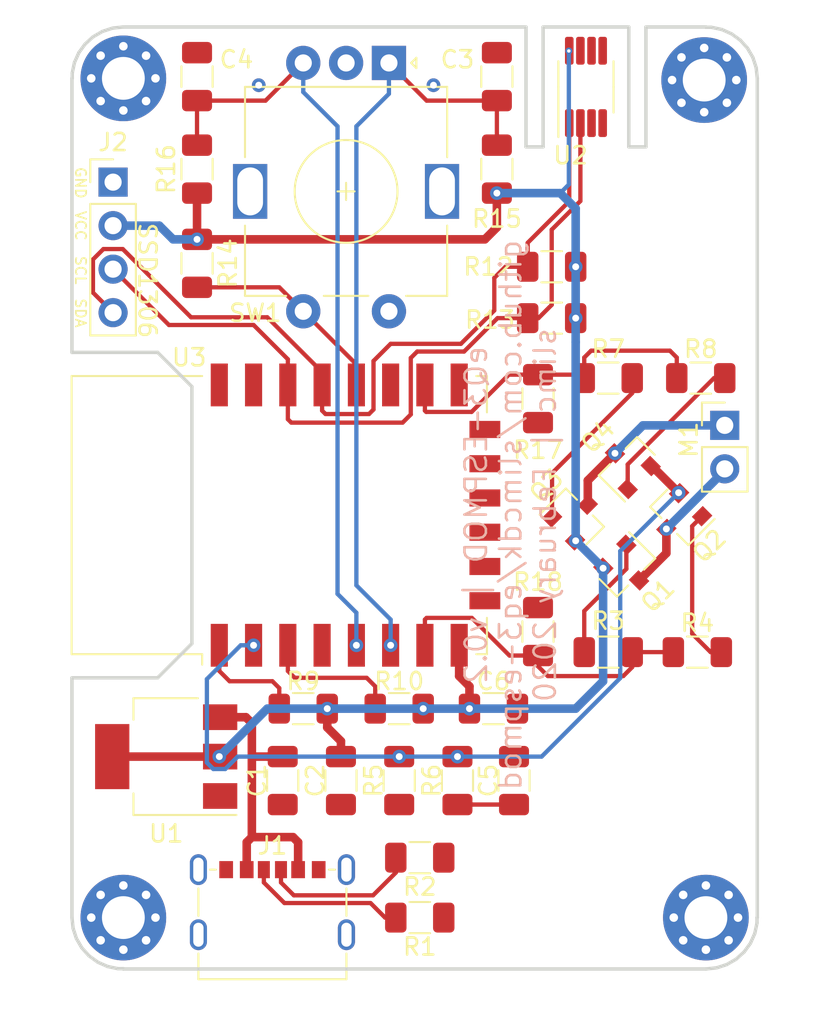
<source format=kicad_pcb>
(kicad_pcb (version 20171130) (host pcbnew 5.1.5+dfsg1-2build1)

  (general
    (thickness 1.6)
    (drawings 60)
    (tracks 210)
    (zones 0)
    (modules 38)
    (nets 37)
  )

  (page User 150.012 150.012)
  (title_block
    (title EQ3-ESPMOD)
    (date 2020-02-11)
    (rev 0.2)
    (company slimc)
    (comment 4 github.com/slimcdk/eqt-espmod.git)
  )

  (layers
    (0 F.Cu signal)
    (31 B.Cu signal)
    (32 B.Adhes user hide)
    (33 F.Adhes user hide)
    (34 B.Paste user)
    (35 F.Paste user hide)
    (36 B.SilkS user)
    (37 F.SilkS user)
    (38 B.Mask user hide)
    (39 F.Mask user)
    (40 Dwgs.User user hide)
    (41 Cmts.User user hide)
    (42 Eco1.User user hide)
    (43 Eco2.User user hide)
    (44 Edge.Cuts user)
    (45 Margin user hide)
    (46 B.CrtYd user hide)
    (47 F.CrtYd user)
    (48 B.Fab user hide)
    (49 F.Fab user hide)
  )

  (setup
    (last_trace_width 0.25)
    (user_trace_width 0.5)
    (trace_clearance 0.2)
    (zone_clearance 0.254)
    (zone_45_only no)
    (trace_min 0.2)
    (via_size 0.8)
    (via_drill 0.4)
    (via_min_size 0.4)
    (via_min_drill 0.3)
    (uvia_size 0.3)
    (uvia_drill 0.1)
    (uvias_allowed no)
    (uvia_min_size 0.2)
    (uvia_min_drill 0.1)
    (edge_width 0.05)
    (segment_width 0.2)
    (pcb_text_width 0.3)
    (pcb_text_size 1.5 1.5)
    (mod_edge_width 0.12)
    (mod_text_size 1 1)
    (mod_text_width 0.15)
    (pad_size 1.524 1.524)
    (pad_drill 0.762)
    (pad_to_mask_clearance 0.051)
    (solder_mask_min_width 0.25)
    (aux_axis_origin 0 0)
    (visible_elements FFFFFF7F)
    (pcbplotparams
      (layerselection 0x010fc_ffffffff)
      (usegerberextensions false)
      (usegerberattributes false)
      (usegerberadvancedattributes false)
      (creategerberjobfile false)
      (excludeedgelayer true)
      (linewidth 0.100000)
      (plotframeref false)
      (viasonmask false)
      (mode 1)
      (useauxorigin false)
      (hpglpennumber 1)
      (hpglpenspeed 20)
      (hpglpendiameter 15.000000)
      (psnegative false)
      (psa4output false)
      (plotreference true)
      (plotvalue true)
      (plotinvisibletext false)
      (padsonsilk false)
      (subtractmaskfromsilk false)
      (outputformat 1)
      (mirror false)
      (drillshape 0)
      (scaleselection 1)
      (outputdirectory "../production/23-03-2020/"))
  )

  (net 0 "")
  (net 1 GND)
  (net 2 +5V)
  (net 3 +3V3)
  (net 4 /ESP_IO4)
  (net 5 /ESP_IO5)
  (net 6 /ESP_RST)
  (net 7 /ESP_IO0)
  (net 8 /ESP_IO15)
  (net 9 /ESP_IO12)
  (net 10 /ESP_IO13)
  (net 11 /ESP_IO14)
  (net 12 "Net-(Q1-Pad1)")
  (net 13 "Net-(Q2-Pad1)")
  (net 14 "Net-(Q3-Pad1)")
  (net 15 "Net-(Q4-Pad1)")
  (net 16 /ESP_IO1)
  (net 17 /ESP_IO3)
  (net 18 /ESP_ADC)
  (net 19 "Net-(M1-Pad2)")
  (net 20 "Net-(M1-Pad1)")
  (net 21 "Net-(C5-Pad1)")
  (net 22 "Net-(J1-PadB5)")
  (net 23 "Net-(J1-PadA5)")
  (net 24 "Net-(U2-Pad7)")
  (net 25 "Net-(U2-Pad6)")
  (net 26 "Net-(U2-Pad5)")
  (net 27 "Net-(U2-Pad3)")
  (net 28 /ESP_IO2)
  (net 29 "Net-(U3-Pad14)")
  (net 30 "Net-(U3-Pad13)")
  (net 31 /ESP_IO10)
  (net 32 /ESP_IO9)
  (net 33 "Net-(U3-Pad10)")
  (net 34 "Net-(U3-Pad9)")
  (net 35 /ESP_IO16)
  (net 36 /ESP_EN)

  (net_class Default "This is the default net class."
    (clearance 0.2)
    (trace_width 0.25)
    (via_dia 0.8)
    (via_drill 0.4)
    (uvia_dia 0.3)
    (uvia_drill 0.1)
    (add_net +3V3)
    (add_net +5V)
    (add_net /ESP_ADC)
    (add_net /ESP_EN)
    (add_net /ESP_IO0)
    (add_net /ESP_IO1)
    (add_net /ESP_IO10)
    (add_net /ESP_IO12)
    (add_net /ESP_IO13)
    (add_net /ESP_IO14)
    (add_net /ESP_IO15)
    (add_net /ESP_IO16)
    (add_net /ESP_IO2)
    (add_net /ESP_IO3)
    (add_net /ESP_IO4)
    (add_net /ESP_IO5)
    (add_net /ESP_IO9)
    (add_net /ESP_RST)
    (add_net GND)
    (add_net "Net-(C5-Pad1)")
    (add_net "Net-(J1-PadA5)")
    (add_net "Net-(J1-PadB5)")
    (add_net "Net-(M1-Pad1)")
    (add_net "Net-(M1-Pad2)")
    (add_net "Net-(Q1-Pad1)")
    (add_net "Net-(Q2-Pad1)")
    (add_net "Net-(Q3-Pad1)")
    (add_net "Net-(Q4-Pad1)")
    (add_net "Net-(U2-Pad3)")
    (add_net "Net-(U2-Pad5)")
    (add_net "Net-(U2-Pad6)")
    (add_net "Net-(U2-Pad7)")
    (add_net "Net-(U3-Pad10)")
    (add_net "Net-(U3-Pad13)")
    (add_net "Net-(U3-Pad14)")
    (add_net "Net-(U3-Pad9)")
  )

  (module Capacitor_SMD:C_1206_3216Metric (layer F.Cu) (tedit 5B301BBE) (tstamp 5E7700A4)
    (at 49.1 62.3 180)
    (descr "Capacitor SMD 1206 (3216 Metric), square (rectangular) end terminal, IPC_7351 nominal, (Body size source: http://www.tortai-tech.com/upload/download/2011102023233369053.pdf), generated with kicad-footprint-generator")
    (tags capacitor)
    (path /5E7F657B)
    (attr smd)
    (fp_text reference R10 (at 0 1.6) (layer F.SilkS)
      (effects (font (size 1 1) (thickness 0.15)))
    )
    (fp_text value 10K (at 0 1.82) (layer F.Fab)
      (effects (font (size 1 1) (thickness 0.15)))
    )
    (fp_text user %R (at 0 0) (layer F.Fab)
      (effects (font (size 0.8 0.8) (thickness 0.12)))
    )
    (fp_line (start 2.28 1.12) (end -2.28 1.12) (layer F.CrtYd) (width 0.05))
    (fp_line (start 2.28 -1.12) (end 2.28 1.12) (layer F.CrtYd) (width 0.05))
    (fp_line (start -2.28 -1.12) (end 2.28 -1.12) (layer F.CrtYd) (width 0.05))
    (fp_line (start -2.28 1.12) (end -2.28 -1.12) (layer F.CrtYd) (width 0.05))
    (fp_line (start -0.602064 0.91) (end 0.602064 0.91) (layer F.SilkS) (width 0.12))
    (fp_line (start -0.602064 -0.91) (end 0.602064 -0.91) (layer F.SilkS) (width 0.12))
    (fp_line (start 1.6 0.8) (end -1.6 0.8) (layer F.Fab) (width 0.1))
    (fp_line (start 1.6 -0.8) (end 1.6 0.8) (layer F.Fab) (width 0.1))
    (fp_line (start -1.6 -0.8) (end 1.6 -0.8) (layer F.Fab) (width 0.1))
    (fp_line (start -1.6 0.8) (end -1.6 -0.8) (layer F.Fab) (width 0.1))
    (pad 2 smd roundrect (at 1.4 0 180) (size 1.25 1.75) (layers F.Cu F.Paste F.Mask) (roundrect_rratio 0.2)
      (net 36 /ESP_EN))
    (pad 1 smd roundrect (at -1.4 0 180) (size 1.25 1.75) (layers F.Cu F.Paste F.Mask) (roundrect_rratio 0.2)
      (net 3 +3V3))
    (model ${KISYS3DMOD}/Capacitor_SMD.3dshapes/C_1206_3216Metric.wrl
      (at (xyz 0 0 0))
      (scale (xyz 1 1 1))
      (rotate (xyz 0 0 0))
    )
  )

  (module RF_Module:ESP-12E (layer F.Cu) (tedit 5A030172) (tstamp 5E72D242)
    (at 42.1 51 90)
    (descr "Wi-Fi Module, http://wiki.ai-thinker.com/_media/esp8266/docs/aithinker_esp_12f_datasheet_en.pdf")
    (tags "Wi-Fi Module")
    (path /5EAA4FB8)
    (attr smd)
    (fp_text reference U3 (at 9.2 -5.26 180) (layer F.SilkS)
      (effects (font (size 1 1) (thickness 0.15)))
    )
    (fp_text value ESP-12F (at -0.06 -12.78 90) (layer F.Fab)
      (effects (font (size 1 1) (thickness 0.15)))
    )
    (fp_line (start 5.56 -4.8) (end 8.12 -7.36) (layer Dwgs.User) (width 0.12))
    (fp_line (start 2.56 -4.8) (end 8.12 -10.36) (layer Dwgs.User) (width 0.12))
    (fp_line (start -0.44 -4.8) (end 6.88 -12.12) (layer Dwgs.User) (width 0.12))
    (fp_line (start -3.44 -4.8) (end 3.88 -12.12) (layer Dwgs.User) (width 0.12))
    (fp_line (start -6.44 -4.8) (end 0.88 -12.12) (layer Dwgs.User) (width 0.12))
    (fp_line (start -8.12 -6.12) (end -2.12 -12.12) (layer Dwgs.User) (width 0.12))
    (fp_line (start -8.12 -9.12) (end -5.12 -12.12) (layer Dwgs.User) (width 0.12))
    (fp_line (start -8.12 -4.8) (end -8.12 -12.12) (layer Dwgs.User) (width 0.12))
    (fp_line (start 8.12 -4.8) (end -8.12 -4.8) (layer Dwgs.User) (width 0.12))
    (fp_line (start 8.12 -12.12) (end 8.12 -4.8) (layer Dwgs.User) (width 0.12))
    (fp_line (start -8.12 -12.12) (end 8.12 -12.12) (layer Dwgs.User) (width 0.12))
    (fp_line (start -8.12 -4.5) (end -8.73 -4.5) (layer F.SilkS) (width 0.12))
    (fp_line (start -8.12 -4.5) (end -8.12 -12.12) (layer F.SilkS) (width 0.12))
    (fp_line (start -8.12 12.12) (end -8.12 11.5) (layer F.SilkS) (width 0.12))
    (fp_line (start -6 12.12) (end -8.12 12.12) (layer F.SilkS) (width 0.12))
    (fp_line (start 8.12 12.12) (end 6 12.12) (layer F.SilkS) (width 0.12))
    (fp_line (start 8.12 11.5) (end 8.12 12.12) (layer F.SilkS) (width 0.12))
    (fp_line (start 8.12 -12.12) (end 8.12 -4.5) (layer F.SilkS) (width 0.12))
    (fp_line (start -8.12 -12.12) (end 8.12 -12.12) (layer F.SilkS) (width 0.12))
    (fp_line (start -9.05 13.1) (end -9.05 -12.2) (layer F.CrtYd) (width 0.05))
    (fp_line (start 9.05 13.1) (end -9.05 13.1) (layer F.CrtYd) (width 0.05))
    (fp_line (start 9.05 -12.2) (end 9.05 13.1) (layer F.CrtYd) (width 0.05))
    (fp_line (start -9.05 -12.2) (end 9.05 -12.2) (layer F.CrtYd) (width 0.05))
    (fp_line (start -8 -4) (end -8 -12) (layer F.Fab) (width 0.12))
    (fp_line (start -7.5 -3.5) (end -8 -4) (layer F.Fab) (width 0.12))
    (fp_line (start -8 -3) (end -7.5 -3.5) (layer F.Fab) (width 0.12))
    (fp_line (start -8 12) (end -8 -3) (layer F.Fab) (width 0.12))
    (fp_line (start 8 12) (end -8 12) (layer F.Fab) (width 0.12))
    (fp_line (start 8 -12) (end 8 12) (layer F.Fab) (width 0.12))
    (fp_line (start -8 -12) (end 8 -12) (layer F.Fab) (width 0.12))
    (fp_text user %R (at 0.49 -0.8 90) (layer F.Fab)
      (effects (font (size 1 1) (thickness 0.15)))
    )
    (fp_text user "KEEP-OUT ZONE" (at 0.03 -9.55 270) (layer Cmts.User)
      (effects (font (size 1 1) (thickness 0.15)))
    )
    (fp_text user Antenna (at -0.06 -7 270) (layer Cmts.User)
      (effects (font (size 1 1) (thickness 0.15)))
    )
    (pad 22 smd rect (at 7.6 -3.5 90) (size 2.5 1) (layers F.Cu F.Paste F.Mask)
      (net 16 /ESP_IO1))
    (pad 21 smd rect (at 7.6 -1.5 90) (size 2.5 1) (layers F.Cu F.Paste F.Mask)
      (net 17 /ESP_IO3))
    (pad 20 smd rect (at 7.6 0.5 90) (size 2.5 1) (layers F.Cu F.Paste F.Mask)
      (net 5 /ESP_IO5))
    (pad 19 smd rect (at 7.6 2.5 90) (size 2.5 1) (layers F.Cu F.Paste F.Mask)
      (net 4 /ESP_IO4))
    (pad 18 smd rect (at 7.6 4.5 90) (size 2.5 1) (layers F.Cu F.Paste F.Mask)
      (net 7 /ESP_IO0))
    (pad 17 smd rect (at 7.6 6.5 90) (size 2.5 1) (layers F.Cu F.Paste F.Mask)
      (net 28 /ESP_IO2))
    (pad 16 smd rect (at 7.6 8.5 90) (size 2.5 1) (layers F.Cu F.Paste F.Mask)
      (net 8 /ESP_IO15))
    (pad 15 smd rect (at 7.6 10.5 90) (size 2.5 1) (layers F.Cu F.Paste F.Mask)
      (net 1 GND))
    (pad 14 smd rect (at 5 12 90) (size 1 1.8) (layers F.Cu F.Paste F.Mask)
      (net 29 "Net-(U3-Pad14)"))
    (pad 13 smd rect (at 3 12 90) (size 1 1.8) (layers F.Cu F.Paste F.Mask)
      (net 30 "Net-(U3-Pad13)"))
    (pad 12 smd rect (at 1 12 90) (size 1 1.8) (layers F.Cu F.Paste F.Mask)
      (net 31 /ESP_IO10))
    (pad 11 smd rect (at -1 12 90) (size 1 1.8) (layers F.Cu F.Paste F.Mask)
      (net 32 /ESP_IO9))
    (pad 10 smd rect (at -3 12 90) (size 1 1.8) (layers F.Cu F.Paste F.Mask)
      (net 33 "Net-(U3-Pad10)"))
    (pad 9 smd rect (at -5 12 90) (size 1 1.8) (layers F.Cu F.Paste F.Mask)
      (net 34 "Net-(U3-Pad9)"))
    (pad 8 smd rect (at -7.6 10.5 90) (size 2.5 1) (layers F.Cu F.Paste F.Mask)
      (net 3 +3V3))
    (pad 7 smd rect (at -7.6 8.5 90) (size 2.5 1) (layers F.Cu F.Paste F.Mask)
      (net 10 /ESP_IO13))
    (pad 6 smd rect (at -7.6 6.5 90) (size 2.5 1) (layers F.Cu F.Paste F.Mask)
      (net 9 /ESP_IO12))
    (pad 5 smd rect (at -7.6 4.5 90) (size 2.5 1) (layers F.Cu F.Paste F.Mask)
      (net 11 /ESP_IO14))
    (pad 4 smd rect (at -7.6 2.5 90) (size 2.5 1) (layers F.Cu F.Paste F.Mask)
      (net 35 /ESP_IO16))
    (pad 3 smd rect (at -7.6 0.5 90) (size 2.5 1) (layers F.Cu F.Paste F.Mask)
      (net 36 /ESP_EN))
    (pad 2 smd rect (at -7.6 -1.5 90) (size 2.5 1) (layers F.Cu F.Paste F.Mask)
      (net 18 /ESP_ADC))
    (pad 1 smd rect (at -7.6 -3.5 90) (size 2.5 1) (layers F.Cu F.Paste F.Mask)
      (net 6 /ESP_RST))
    (model ${KISYS3DMOD}/RF_Module.3dshapes/ESP-12E.wrl
      (at (xyz 0 0 0))
      (scale (xyz 1 1 1))
      (rotate (xyz 0 0 0))
    )
  )

  (module MountingHole:MountingHole_2.5mm_Pad_Via (layer F.Cu) (tedit 56DDBAEA) (tstamp 5E77A374)
    (at 33 74.5)
    (descr "Mounting Hole 2.5mm")
    (tags "mounting hole 2.5mm")
    (attr virtual)
    (fp_text reference REF** (at 0 -3.5) (layer F.SilkS) hide
      (effects (font (size 1 1) (thickness 0.15)))
    )
    (fp_text value MountingHole_2.5mm_Pad_Via (at 0 3.5) (layer F.Fab)
      (effects (font (size 1 1) (thickness 0.15)))
    )
    (fp_circle (center 0 0) (end 2.75 0) (layer F.CrtYd) (width 0.05))
    (fp_circle (center 0 0) (end 2.5 0) (layer Cmts.User) (width 0.15))
    (fp_text user %R (at 0.3 0) (layer F.Fab)
      (effects (font (size 1 1) (thickness 0.15)))
    )
    (pad 1 thru_hole circle (at 1.325825 -1.325825) (size 0.8 0.8) (drill 0.5) (layers *.Cu *.Mask))
    (pad 1 thru_hole circle (at 0 -1.875) (size 0.8 0.8) (drill 0.5) (layers *.Cu *.Mask))
    (pad 1 thru_hole circle (at -1.325825 -1.325825) (size 0.8 0.8) (drill 0.5) (layers *.Cu *.Mask))
    (pad 1 thru_hole circle (at -1.875 0) (size 0.8 0.8) (drill 0.5) (layers *.Cu *.Mask))
    (pad 1 thru_hole circle (at -1.325825 1.325825) (size 0.8 0.8) (drill 0.5) (layers *.Cu *.Mask))
    (pad 1 thru_hole circle (at 0 1.875) (size 0.8 0.8) (drill 0.5) (layers *.Cu *.Mask))
    (pad 1 thru_hole circle (at 1.325825 1.325825) (size 0.8 0.8) (drill 0.5) (layers *.Cu *.Mask))
    (pad 1 thru_hole circle (at 1.875 0) (size 0.8 0.8) (drill 0.5) (layers *.Cu *.Mask))
    (pad 1 thru_hole circle (at 0 0) (size 5 5) (drill 2.5) (layers *.Cu *.Mask))
  )

  (module MountingHole:MountingHole_2.5mm_Pad_Via (layer F.Cu) (tedit 56DDBAEA) (tstamp 5E77A309)
    (at 67 74.5)
    (descr "Mounting Hole 2.5mm")
    (tags "mounting hole 2.5mm")
    (attr virtual)
    (fp_text reference REF** (at 0 -3.5) (layer F.SilkS) hide
      (effects (font (size 1 1) (thickness 0.15)))
    )
    (fp_text value MountingHole_2.5mm_Pad_Via (at 0 3.5) (layer F.Fab)
      (effects (font (size 1 1) (thickness 0.15)))
    )
    (fp_text user %R (at 0.3 0) (layer F.Fab)
      (effects (font (size 1 1) (thickness 0.15)))
    )
    (fp_circle (center 0 0) (end 2.5 0) (layer Cmts.User) (width 0.15))
    (fp_circle (center 0 0) (end 2.75 0) (layer F.CrtYd) (width 0.05))
    (pad 1 thru_hole circle (at 0 0) (size 5 5) (drill 2.5) (layers *.Cu *.Mask))
    (pad 1 thru_hole circle (at 1.875 0) (size 0.8 0.8) (drill 0.5) (layers *.Cu *.Mask))
    (pad 1 thru_hole circle (at 1.325825 1.325825) (size 0.8 0.8) (drill 0.5) (layers *.Cu *.Mask))
    (pad 1 thru_hole circle (at 0 1.875) (size 0.8 0.8) (drill 0.5) (layers *.Cu *.Mask))
    (pad 1 thru_hole circle (at -1.325825 1.325825) (size 0.8 0.8) (drill 0.5) (layers *.Cu *.Mask))
    (pad 1 thru_hole circle (at -1.875 0) (size 0.8 0.8) (drill 0.5) (layers *.Cu *.Mask))
    (pad 1 thru_hole circle (at -1.325825 -1.325825) (size 0.8 0.8) (drill 0.5) (layers *.Cu *.Mask))
    (pad 1 thru_hole circle (at 0 -1.875) (size 0.8 0.8) (drill 0.5) (layers *.Cu *.Mask))
    (pad 1 thru_hole circle (at 1.325825 -1.325825) (size 0.8 0.8) (drill 0.5) (layers *.Cu *.Mask))
  )

  (module MountingHole:MountingHole_2.5mm_Pad_Via (layer F.Cu) (tedit 56DDBAEA) (tstamp 5E72E37C)
    (at 66.9 25.6)
    (descr "Mounting Hole 2.5mm")
    (tags "mounting hole 2.5mm")
    (attr virtual)
    (fp_text reference REF** (at 0 -3.5) (layer F.SilkS) hide
      (effects (font (size 1 1) (thickness 0.15)))
    )
    (fp_text value MountingHole_2.5mm_Pad_Via (at 0 3.5) (layer F.Fab)
      (effects (font (size 1 1) (thickness 0.15)))
    )
    (fp_circle (center 0 0) (end 2.75 0) (layer F.CrtYd) (width 0.05))
    (fp_circle (center 0 0) (end 2.5 0) (layer Cmts.User) (width 0.15))
    (fp_text user %R (at 0.3 0) (layer F.Fab)
      (effects (font (size 1 1) (thickness 0.15)))
    )
    (pad 1 thru_hole circle (at 1.325825 -1.325825) (size 0.8 0.8) (drill 0.5) (layers *.Cu *.Mask))
    (pad 1 thru_hole circle (at 0 -1.875) (size 0.8 0.8) (drill 0.5) (layers *.Cu *.Mask))
    (pad 1 thru_hole circle (at -1.325825 -1.325825) (size 0.8 0.8) (drill 0.5) (layers *.Cu *.Mask))
    (pad 1 thru_hole circle (at -1.875 0) (size 0.8 0.8) (drill 0.5) (layers *.Cu *.Mask))
    (pad 1 thru_hole circle (at -1.325825 1.325825) (size 0.8 0.8) (drill 0.5) (layers *.Cu *.Mask))
    (pad 1 thru_hole circle (at 0 1.875) (size 0.8 0.8) (drill 0.5) (layers *.Cu *.Mask))
    (pad 1 thru_hole circle (at 1.325825 1.325825) (size 0.8 0.8) (drill 0.5) (layers *.Cu *.Mask))
    (pad 1 thru_hole circle (at 1.875 0) (size 0.8 0.8) (drill 0.5) (layers *.Cu *.Mask))
    (pad 1 thru_hole circle (at 0 0) (size 5 5) (drill 2.5) (layers *.Cu *.Mask))
  )

  (module MountingHole:MountingHole_2.5mm_Pad_Via (layer F.Cu) (tedit 56DDBAEA) (tstamp 5E77A2AE)
    (at 33 25.5)
    (descr "Mounting Hole 2.5mm")
    (tags "mounting hole 2.5mm")
    (attr virtual)
    (fp_text reference REF** (at 0 -3.5) (layer F.SilkS) hide
      (effects (font (size 1 1) (thickness 0.15)))
    )
    (fp_text value MountingHole_2.5mm_Pad_Via (at 0 3.5) (layer F.Fab)
      (effects (font (size 1 1) (thickness 0.15)))
    )
    (fp_circle (center 0 0) (end 2.75 0) (layer F.CrtYd) (width 0.05))
    (fp_circle (center 0 0) (end 2.5 0) (layer Cmts.User) (width 0.15))
    (fp_text user %R (at 0.3 0) (layer F.Fab)
      (effects (font (size 1 1) (thickness 0.15)))
    )
    (pad 1 thru_hole circle (at 1.325825 -1.325825) (size 0.8 0.8) (drill 0.5) (layers *.Cu *.Mask))
    (pad 1 thru_hole circle (at 0 -1.875) (size 0.8 0.8) (drill 0.5) (layers *.Cu *.Mask))
    (pad 1 thru_hole circle (at -1.325825 -1.325825) (size 0.8 0.8) (drill 0.5) (layers *.Cu *.Mask))
    (pad 1 thru_hole circle (at -1.875 0) (size 0.8 0.8) (drill 0.5) (layers *.Cu *.Mask))
    (pad 1 thru_hole circle (at -1.325825 1.325825) (size 0.8 0.8) (drill 0.5) (layers *.Cu *.Mask))
    (pad 1 thru_hole circle (at 0 1.875) (size 0.8 0.8) (drill 0.5) (layers *.Cu *.Mask))
    (pad 1 thru_hole circle (at 1.325825 1.325825) (size 0.8 0.8) (drill 0.5) (layers *.Cu *.Mask))
    (pad 1 thru_hole circle (at 1.875 0) (size 0.8 0.8) (drill 0.5) (layers *.Cu *.Mask))
    (pad 1 thru_hole circle (at 0 0) (size 5 5) (drill 2.5) (layers *.Cu *.Mask))
  )

  (module Package_SO:MSOP-8_3x3mm_P0.65mm (layer F.Cu) (tedit 5D9F72B0) (tstamp 5E72D608)
    (at 60 26 90)
    (descr "MSOP, 8 Pin (https://www.jedec.org/system/files/docs/mo-187F.pdf variant AA), generated with kicad-footprint-generator ipc_gullwing_generator.py")
    (tags "MSOP SO")
    (path /5E2D8B0A)
    (attr smd)
    (fp_text reference U2 (at -4 -0.9 180) (layer F.SilkS)
      (effects (font (size 1 1) (thickness 0.15)))
    )
    (fp_text value MCP9804_MSOP (at 0 2.45 90) (layer F.Fab)
      (effects (font (size 1 1) (thickness 0.15)))
    )
    (fp_text user %R (at 0 0 90) (layer F.Fab)
      (effects (font (size 0.75 0.75) (thickness 0.11)))
    )
    (fp_line (start 3.18 -1.75) (end -3.18 -1.75) (layer F.CrtYd) (width 0.05))
    (fp_line (start 3.18 1.75) (end 3.18 -1.75) (layer F.CrtYd) (width 0.05))
    (fp_line (start -3.18 1.75) (end 3.18 1.75) (layer F.CrtYd) (width 0.05))
    (fp_line (start -3.18 -1.75) (end -3.18 1.75) (layer F.CrtYd) (width 0.05))
    (fp_line (start -1.5 -0.75) (end -0.75 -1.5) (layer F.Fab) (width 0.1))
    (fp_line (start -1.5 1.5) (end -1.5 -0.75) (layer F.Fab) (width 0.1))
    (fp_line (start 1.5 1.5) (end -1.5 1.5) (layer F.Fab) (width 0.1))
    (fp_line (start 1.5 -1.5) (end 1.5 1.5) (layer F.Fab) (width 0.1))
    (fp_line (start -0.75 -1.5) (end 1.5 -1.5) (layer F.Fab) (width 0.1))
    (fp_line (start 0 -1.61) (end -2.925 -1.61) (layer F.SilkS) (width 0.12))
    (fp_line (start 0 -1.61) (end 1.5 -1.61) (layer F.SilkS) (width 0.12))
    (fp_line (start 0 1.61) (end -1.5 1.61) (layer F.SilkS) (width 0.12))
    (fp_line (start 0 1.61) (end 1.5 1.61) (layer F.SilkS) (width 0.12))
    (pad 8 smd roundrect (at 2.1125 -0.975 90) (size 1.625 0.5) (layers F.Cu F.Paste F.Mask) (roundrect_rratio 0.25)
      (net 3 +3V3))
    (pad 7 smd roundrect (at 2.1125 -0.325 90) (size 1.625 0.5) (layers F.Cu F.Paste F.Mask) (roundrect_rratio 0.25)
      (net 24 "Net-(U2-Pad7)"))
    (pad 6 smd roundrect (at 2.1125 0.325 90) (size 1.625 0.5) (layers F.Cu F.Paste F.Mask) (roundrect_rratio 0.25)
      (net 25 "Net-(U2-Pad6)"))
    (pad 5 smd roundrect (at 2.1125 0.975 90) (size 1.625 0.5) (layers F.Cu F.Paste F.Mask) (roundrect_rratio 0.25)
      (net 26 "Net-(U2-Pad5)"))
    (pad 4 smd roundrect (at -2.1125 0.975 90) (size 1.625 0.5) (layers F.Cu F.Paste F.Mask) (roundrect_rratio 0.25)
      (net 1 GND))
    (pad 3 smd roundrect (at -2.1125 0.325 90) (size 1.625 0.5) (layers F.Cu F.Paste F.Mask) (roundrect_rratio 0.25)
      (net 27 "Net-(U2-Pad3)"))
    (pad 2 smd roundrect (at -2.1125 -0.325 90) (size 1.625 0.5) (layers F.Cu F.Paste F.Mask) (roundrect_rratio 0.25)
      (net 5 /ESP_IO5))
    (pad 1 smd roundrect (at -2.1125 -0.975 90) (size 1.625 0.5) (layers F.Cu F.Paste F.Mask) (roundrect_rratio 0.25)
      (net 4 /ESP_IO4))
    (model ${KISYS3DMOD}/Package_SO.3dshapes/MSOP-8_3x3mm_P0.65mm.wrl
      (at (xyz 0 0 0))
      (scale (xyz 1 1 1))
      (rotate (xyz 0 0 0))
    )
  )

  (module Package_TO_SOT_SMD:SOT-223-3_TabPin2 (layer F.Cu) (tedit 5A02FF57) (tstamp 5E733676)
    (at 35.5 65.1 180)
    (descr "module CMS SOT223 4 pins")
    (tags "CMS SOT")
    (path /5E2D9ADB)
    (attr smd)
    (fp_text reference U1 (at 0 -4.5) (layer F.SilkS)
      (effects (font (size 1 1) (thickness 0.15)))
    )
    (fp_text value AMS1117-3.3 (at 0 4.5) (layer F.Fab)
      (effects (font (size 1 1) (thickness 0.15)))
    )
    (fp_line (start 1.85 -3.35) (end 1.85 3.35) (layer F.Fab) (width 0.1))
    (fp_line (start -1.85 3.35) (end 1.85 3.35) (layer F.Fab) (width 0.1))
    (fp_line (start -4.1 -3.41) (end 1.91 -3.41) (layer F.SilkS) (width 0.12))
    (fp_line (start -0.85 -3.35) (end 1.85 -3.35) (layer F.Fab) (width 0.1))
    (fp_line (start -1.85 3.41) (end 1.91 3.41) (layer F.SilkS) (width 0.12))
    (fp_line (start -1.85 -2.35) (end -1.85 3.35) (layer F.Fab) (width 0.1))
    (fp_line (start -1.85 -2.35) (end -0.85 -3.35) (layer F.Fab) (width 0.1))
    (fp_line (start -4.4 -3.6) (end -4.4 3.6) (layer F.CrtYd) (width 0.05))
    (fp_line (start -4.4 3.6) (end 4.4 3.6) (layer F.CrtYd) (width 0.05))
    (fp_line (start 4.4 3.6) (end 4.4 -3.6) (layer F.CrtYd) (width 0.05))
    (fp_line (start 4.4 -3.6) (end -4.4 -3.6) (layer F.CrtYd) (width 0.05))
    (fp_line (start 1.91 -3.41) (end 1.91 -2.15) (layer F.SilkS) (width 0.12))
    (fp_line (start 1.91 3.41) (end 1.91 2.15) (layer F.SilkS) (width 0.12))
    (fp_text user %R (at 0 0 90) (layer F.Fab)
      (effects (font (size 0.8 0.8) (thickness 0.12)))
    )
    (pad 1 smd rect (at -3.15 -2.3 180) (size 2 1.5) (layers F.Cu F.Paste F.Mask)
      (net 1 GND))
    (pad 3 smd rect (at -3.15 2.3 180) (size 2 1.5) (layers F.Cu F.Paste F.Mask)
      (net 2 +5V))
    (pad 2 smd rect (at -3.15 0 180) (size 2 1.5) (layers F.Cu F.Paste F.Mask)
      (net 3 +3V3))
    (pad 2 smd rect (at 3.15 0 180) (size 2 3.8) (layers F.Cu F.Paste F.Mask)
      (net 3 +3V3))
    (model ${KISYS3DMOD}/Package_TO_SOT_SMD.3dshapes/SOT-223.wrl
      (at (xyz 0 0 0))
      (scale (xyz 1 1 1))
      (rotate (xyz 0 0 0))
    )
  )

  (module Rotary_Encoder:RotaryEncoder_Alps_EC11E-Switch_Vertical_H20mm (layer F.Cu) (tedit 5A74C8CB) (tstamp 5E72E5B1)
    (at 48.5 24.6 270)
    (descr "Alps rotary encoder, EC12E... with switch, vertical shaft, http://www.alps.com/prod/info/E/HTML/Encoder/Incremental/EC11/EC11E15204A3.html")
    (tags "rotary encoder")
    (path /5E330BE8)
    (fp_text reference SW1 (at 14.6 7.8 180) (layer F.SilkS)
      (effects (font (size 1 1) (thickness 0.15)))
    )
    (fp_text value Rotary_Encoder_Switch (at 7.5 10.4 90) (layer F.Fab)
      (effects (font (size 1 1) (thickness 0.15)))
    )
    (fp_circle (center 7.5 2.5) (end 10.5 2.5) (layer F.Fab) (width 0.12))
    (fp_circle (center 7.5 2.5) (end 10.5 2.5) (layer F.SilkS) (width 0.12))
    (fp_line (start 16 9.6) (end -1.5 9.6) (layer F.CrtYd) (width 0.05))
    (fp_line (start 16 9.6) (end 16 -4.6) (layer F.CrtYd) (width 0.05))
    (fp_line (start -1.5 -4.6) (end -1.5 9.6) (layer F.CrtYd) (width 0.05))
    (fp_line (start -1.5 -4.6) (end 16 -4.6) (layer F.CrtYd) (width 0.05))
    (fp_line (start 2.5 -3.3) (end 13.5 -3.3) (layer F.Fab) (width 0.12))
    (fp_line (start 13.5 -3.3) (end 13.5 8.3) (layer F.Fab) (width 0.12))
    (fp_line (start 13.5 8.3) (end 1.5 8.3) (layer F.Fab) (width 0.12))
    (fp_line (start 1.5 8.3) (end 1.5 -2.2) (layer F.Fab) (width 0.12))
    (fp_line (start 1.5 -2.2) (end 2.5 -3.3) (layer F.Fab) (width 0.12))
    (fp_line (start 9.5 -3.4) (end 13.6 -3.4) (layer F.SilkS) (width 0.12))
    (fp_line (start 13.6 8.4) (end 9.5 8.4) (layer F.SilkS) (width 0.12))
    (fp_line (start 5.5 8.4) (end 1.4 8.4) (layer F.SilkS) (width 0.12))
    (fp_line (start 5.5 -3.4) (end 1.4 -3.4) (layer F.SilkS) (width 0.12))
    (fp_line (start 1.4 -3.4) (end 1.4 8.4) (layer F.SilkS) (width 0.12))
    (fp_line (start 0 -1.3) (end -0.3 -1.6) (layer F.SilkS) (width 0.12))
    (fp_line (start -0.3 -1.6) (end 0.3 -1.6) (layer F.SilkS) (width 0.12))
    (fp_line (start 0.3 -1.6) (end 0 -1.3) (layer F.SilkS) (width 0.12))
    (fp_line (start 7.5 -0.5) (end 7.5 5.5) (layer F.Fab) (width 0.12))
    (fp_line (start 4.5 2.5) (end 10.5 2.5) (layer F.Fab) (width 0.12))
    (fp_line (start 13.6 -3.4) (end 13.6 -1) (layer F.SilkS) (width 0.12))
    (fp_line (start 13.6 1.2) (end 13.6 3.8) (layer F.SilkS) (width 0.12))
    (fp_line (start 13.6 6) (end 13.6 8.4) (layer F.SilkS) (width 0.12))
    (fp_line (start 7.5 2) (end 7.5 3) (layer F.SilkS) (width 0.12))
    (fp_line (start 7 2.5) (end 8 2.5) (layer F.SilkS) (width 0.12))
    (fp_text user %R (at 11.1 6.3 90) (layer F.Fab)
      (effects (font (size 1 1) (thickness 0.15)))
    )
    (pad A thru_hole rect (at 0 0 270) (size 2 2) (drill 1) (layers *.Cu *.Mask)
      (net 9 /ESP_IO12))
    (pad C thru_hole circle (at 0 2.5 270) (size 2 2) (drill 1) (layers *.Cu *.Mask)
      (net 1 GND))
    (pad B thru_hole circle (at 0 5 270) (size 2 2) (drill 1) (layers *.Cu *.Mask)
      (net 11 /ESP_IO14))
    (pad MP thru_hole rect (at 7.5 -3.1 270) (size 3.2 2) (drill oval 2.8 1.5) (layers *.Cu *.Mask))
    (pad MP thru_hole rect (at 7.5 8.1 270) (size 3.2 2) (drill oval 2.8 1.5) (layers *.Cu *.Mask))
    (pad S2 thru_hole circle (at 14.5 0 270) (size 2 2) (drill 1) (layers *.Cu *.Mask)
      (net 1 GND))
    (pad S1 thru_hole circle (at 14.5 5 270) (size 2 2) (drill 1) (layers *.Cu *.Mask)
      (net 7 /ESP_IO0))
    (model ${KISYS3DMOD}/Rotary_Encoder.3dshapes/RotaryEncoder_Alps_EC11E-Switch_Vertical_H20mm.wrl
      (at (xyz 0 0 0))
      (scale (xyz 1 1 1))
      (rotate (xyz 0 0 0))
    )
  )

  (module Capacitor_SMD:C_1206_3216Metric (layer F.Cu) (tedit 5B301BBE) (tstamp 5E769ADC)
    (at 57.2 57.8 270)
    (descr "Capacitor SMD 1206 (3216 Metric), square (rectangular) end terminal, IPC_7351 nominal, (Body size source: http://www.tortai-tech.com/upload/download/2011102023233369053.pdf), generated with kicad-footprint-generator")
    (tags capacitor)
    (path /5E898870)
    (attr smd)
    (fp_text reference R18 (at -2.9 0 180) (layer F.SilkS)
      (effects (font (size 1 1) (thickness 0.15)))
    )
    (fp_text value 10K (at 0 1.82 90) (layer F.Fab)
      (effects (font (size 1 1) (thickness 0.15)))
    )
    (fp_text user %R (at 0 0 90) (layer F.Fab)
      (effects (font (size 0.8 0.8) (thickness 0.12)))
    )
    (fp_line (start 2.28 1.12) (end -2.28 1.12) (layer F.CrtYd) (width 0.05))
    (fp_line (start 2.28 -1.12) (end 2.28 1.12) (layer F.CrtYd) (width 0.05))
    (fp_line (start -2.28 -1.12) (end 2.28 -1.12) (layer F.CrtYd) (width 0.05))
    (fp_line (start -2.28 1.12) (end -2.28 -1.12) (layer F.CrtYd) (width 0.05))
    (fp_line (start -0.602064 0.91) (end 0.602064 0.91) (layer F.SilkS) (width 0.12))
    (fp_line (start -0.602064 -0.91) (end 0.602064 -0.91) (layer F.SilkS) (width 0.12))
    (fp_line (start 1.6 0.8) (end -1.6 0.8) (layer F.Fab) (width 0.1))
    (fp_line (start 1.6 -0.8) (end 1.6 0.8) (layer F.Fab) (width 0.1))
    (fp_line (start -1.6 -0.8) (end 1.6 -0.8) (layer F.Fab) (width 0.1))
    (fp_line (start -1.6 0.8) (end -1.6 -0.8) (layer F.Fab) (width 0.1))
    (pad 2 smd roundrect (at 1.4 0 270) (size 1.25 1.75) (layers F.Cu F.Paste F.Mask) (roundrect_rratio 0.2)
      (net 10 /ESP_IO13))
    (pad 1 smd roundrect (at -1.4 0 270) (size 1.25 1.75) (layers F.Cu F.Paste F.Mask) (roundrect_rratio 0.2)
      (net 1 GND))
    (model ${KISYS3DMOD}/Capacitor_SMD.3dshapes/C_1206_3216Metric.wrl
      (at (xyz 0 0 0))
      (scale (xyz 1 1 1))
      (rotate (xyz 0 0 0))
    )
  )

  (module Capacitor_SMD:C_1206_3216Metric (layer F.Cu) (tedit 5B301BBE) (tstamp 5E769A4C)
    (at 57.2 44.2 90)
    (descr "Capacitor SMD 1206 (3216 Metric), square (rectangular) end terminal, IPC_7351 nominal, (Body size source: http://www.tortai-tech.com/upload/download/2011102023233369053.pdf), generated with kicad-footprint-generator")
    (tags capacitor)
    (path /5E7E0E32)
    (attr smd)
    (fp_text reference R17 (at -3 0 180) (layer F.SilkS)
      (effects (font (size 1 1) (thickness 0.15)))
    )
    (fp_text value 10K (at 0 1.82 90) (layer F.Fab)
      (effects (font (size 1 1) (thickness 0.15)))
    )
    (fp_text user %R (at 0 0 90) (layer F.Fab)
      (effects (font (size 0.8 0.8) (thickness 0.12)))
    )
    (fp_line (start 2.28 1.12) (end -2.28 1.12) (layer F.CrtYd) (width 0.05))
    (fp_line (start 2.28 -1.12) (end 2.28 1.12) (layer F.CrtYd) (width 0.05))
    (fp_line (start -2.28 -1.12) (end 2.28 -1.12) (layer F.CrtYd) (width 0.05))
    (fp_line (start -2.28 1.12) (end -2.28 -1.12) (layer F.CrtYd) (width 0.05))
    (fp_line (start -0.602064 0.91) (end 0.602064 0.91) (layer F.SilkS) (width 0.12))
    (fp_line (start -0.602064 -0.91) (end 0.602064 -0.91) (layer F.SilkS) (width 0.12))
    (fp_line (start 1.6 0.8) (end -1.6 0.8) (layer F.Fab) (width 0.1))
    (fp_line (start 1.6 -0.8) (end 1.6 0.8) (layer F.Fab) (width 0.1))
    (fp_line (start -1.6 -0.8) (end 1.6 -0.8) (layer F.Fab) (width 0.1))
    (fp_line (start -1.6 0.8) (end -1.6 -0.8) (layer F.Fab) (width 0.1))
    (pad 2 smd roundrect (at 1.4 0 90) (size 1.25 1.75) (layers F.Cu F.Paste F.Mask) (roundrect_rratio 0.2)
      (net 8 /ESP_IO15))
    (pad 1 smd roundrect (at -1.4 0 90) (size 1.25 1.75) (layers F.Cu F.Paste F.Mask) (roundrect_rratio 0.2)
      (net 1 GND))
    (model ${KISYS3DMOD}/Capacitor_SMD.3dshapes/C_1206_3216Metric.wrl
      (at (xyz 0 0 0))
      (scale (xyz 1 1 1))
      (rotate (xyz 0 0 0))
    )
  )

  (module Capacitor_SMD:C_1206_3216Metric (layer F.Cu) (tedit 5B301BBE) (tstamp 5E72D18F)
    (at 37.3 30.8 90)
    (descr "Capacitor SMD 1206 (3216 Metric), square (rectangular) end terminal, IPC_7351 nominal, (Body size source: http://www.tortai-tech.com/upload/download/2011102023233369053.pdf), generated with kicad-footprint-generator")
    (tags capacitor)
    (path /5E82D725)
    (attr smd)
    (fp_text reference R16 (at 0 -1.8 270) (layer F.SilkS)
      (effects (font (size 1 1) (thickness 0.15)))
    )
    (fp_text value 10K (at 0 1.82 90) (layer F.Fab)
      (effects (font (size 1 1) (thickness 0.15)))
    )
    (fp_text user %R (at 0 0 90) (layer F.Fab)
      (effects (font (size 0.8 0.8) (thickness 0.12)))
    )
    (fp_line (start 2.28 1.12) (end -2.28 1.12) (layer F.CrtYd) (width 0.05))
    (fp_line (start 2.28 -1.12) (end 2.28 1.12) (layer F.CrtYd) (width 0.05))
    (fp_line (start -2.28 -1.12) (end 2.28 -1.12) (layer F.CrtYd) (width 0.05))
    (fp_line (start -2.28 1.12) (end -2.28 -1.12) (layer F.CrtYd) (width 0.05))
    (fp_line (start -0.602064 0.91) (end 0.602064 0.91) (layer F.SilkS) (width 0.12))
    (fp_line (start -0.602064 -0.91) (end 0.602064 -0.91) (layer F.SilkS) (width 0.12))
    (fp_line (start 1.6 0.8) (end -1.6 0.8) (layer F.Fab) (width 0.1))
    (fp_line (start 1.6 -0.8) (end 1.6 0.8) (layer F.Fab) (width 0.1))
    (fp_line (start -1.6 -0.8) (end 1.6 -0.8) (layer F.Fab) (width 0.1))
    (fp_line (start -1.6 0.8) (end -1.6 -0.8) (layer F.Fab) (width 0.1))
    (pad 2 smd roundrect (at 1.4 0 90) (size 1.25 1.75) (layers F.Cu F.Paste F.Mask) (roundrect_rratio 0.2)
      (net 11 /ESP_IO14))
    (pad 1 smd roundrect (at -1.4 0 90) (size 1.25 1.75) (layers F.Cu F.Paste F.Mask) (roundrect_rratio 0.2)
      (net 3 +3V3))
    (model ${KISYS3DMOD}/Capacitor_SMD.3dshapes/C_1206_3216Metric.wrl
      (at (xyz 0 0 0))
      (scale (xyz 1 1 1))
      (rotate (xyz 0 0 0))
    )
  )

  (module Capacitor_SMD:C_1206_3216Metric (layer F.Cu) (tedit 5B301BBE) (tstamp 5E733D8E)
    (at 54.8 30.8 90)
    (descr "Capacitor SMD 1206 (3216 Metric), square (rectangular) end terminal, IPC_7351 nominal, (Body size source: http://www.tortai-tech.com/upload/download/2011102023233369053.pdf), generated with kicad-footprint-generator")
    (tags capacitor)
    (path /5E82D3F2)
    (attr smd)
    (fp_text reference R15 (at -2.9 0) (layer F.SilkS)
      (effects (font (size 1 1) (thickness 0.15)))
    )
    (fp_text value 10K (at 0 1.82 90) (layer F.Fab)
      (effects (font (size 1 1) (thickness 0.15)))
    )
    (fp_text user %R (at 0 0 90) (layer F.Fab)
      (effects (font (size 0.8 0.8) (thickness 0.12)))
    )
    (fp_line (start 2.28 1.12) (end -2.28 1.12) (layer F.CrtYd) (width 0.05))
    (fp_line (start 2.28 -1.12) (end 2.28 1.12) (layer F.CrtYd) (width 0.05))
    (fp_line (start -2.28 -1.12) (end 2.28 -1.12) (layer F.CrtYd) (width 0.05))
    (fp_line (start -2.28 1.12) (end -2.28 -1.12) (layer F.CrtYd) (width 0.05))
    (fp_line (start -0.602064 0.91) (end 0.602064 0.91) (layer F.SilkS) (width 0.12))
    (fp_line (start -0.602064 -0.91) (end 0.602064 -0.91) (layer F.SilkS) (width 0.12))
    (fp_line (start 1.6 0.8) (end -1.6 0.8) (layer F.Fab) (width 0.1))
    (fp_line (start 1.6 -0.8) (end 1.6 0.8) (layer F.Fab) (width 0.1))
    (fp_line (start -1.6 -0.8) (end 1.6 -0.8) (layer F.Fab) (width 0.1))
    (fp_line (start -1.6 0.8) (end -1.6 -0.8) (layer F.Fab) (width 0.1))
    (pad 2 smd roundrect (at 1.4 0 90) (size 1.25 1.75) (layers F.Cu F.Paste F.Mask) (roundrect_rratio 0.2)
      (net 9 /ESP_IO12))
    (pad 1 smd roundrect (at -1.4 0 90) (size 1.25 1.75) (layers F.Cu F.Paste F.Mask) (roundrect_rratio 0.2)
      (net 3 +3V3))
    (model ${KISYS3DMOD}/Capacitor_SMD.3dshapes/C_1206_3216Metric.wrl
      (at (xyz 0 0 0))
      (scale (xyz 1 1 1))
      (rotate (xyz 0 0 0))
    )
  )

  (module Capacitor_SMD:C_1206_3216Metric (layer F.Cu) (tedit 5B301BBE) (tstamp 5E72D16D)
    (at 37.3 36.3 270)
    (descr "Capacitor SMD 1206 (3216 Metric), square (rectangular) end terminal, IPC_7351 nominal, (Body size source: http://www.tortai-tech.com/upload/download/2011102023233369053.pdf), generated with kicad-footprint-generator")
    (tags capacitor)
    (path /5E800F9B)
    (attr smd)
    (fp_text reference R14 (at 0 -1.8 270) (layer F.SilkS)
      (effects (font (size 1 1) (thickness 0.15)))
    )
    (fp_text value 10K (at 0 1.82 90) (layer F.Fab)
      (effects (font (size 1 1) (thickness 0.15)))
    )
    (fp_text user %R (at 0 0 90) (layer F.Fab)
      (effects (font (size 0.8 0.8) (thickness 0.12)))
    )
    (fp_line (start 2.28 1.12) (end -2.28 1.12) (layer F.CrtYd) (width 0.05))
    (fp_line (start 2.28 -1.12) (end 2.28 1.12) (layer F.CrtYd) (width 0.05))
    (fp_line (start -2.28 -1.12) (end 2.28 -1.12) (layer F.CrtYd) (width 0.05))
    (fp_line (start -2.28 1.12) (end -2.28 -1.12) (layer F.CrtYd) (width 0.05))
    (fp_line (start -0.602064 0.91) (end 0.602064 0.91) (layer F.SilkS) (width 0.12))
    (fp_line (start -0.602064 -0.91) (end 0.602064 -0.91) (layer F.SilkS) (width 0.12))
    (fp_line (start 1.6 0.8) (end -1.6 0.8) (layer F.Fab) (width 0.1))
    (fp_line (start 1.6 -0.8) (end 1.6 0.8) (layer F.Fab) (width 0.1))
    (fp_line (start -1.6 -0.8) (end 1.6 -0.8) (layer F.Fab) (width 0.1))
    (fp_line (start -1.6 0.8) (end -1.6 -0.8) (layer F.Fab) (width 0.1))
    (pad 2 smd roundrect (at 1.4 0 270) (size 1.25 1.75) (layers F.Cu F.Paste F.Mask) (roundrect_rratio 0.2)
      (net 7 /ESP_IO0))
    (pad 1 smd roundrect (at -1.4 0 270) (size 1.25 1.75) (layers F.Cu F.Paste F.Mask) (roundrect_rratio 0.2)
      (net 3 +3V3))
    (model ${KISYS3DMOD}/Capacitor_SMD.3dshapes/C_1206_3216Metric.wrl
      (at (xyz 0 0 0))
      (scale (xyz 1 1 1))
      (rotate (xyz 0 0 0))
    )
  )

  (module Capacitor_SMD:C_1206_3216Metric (layer F.Cu) (tedit 5B301BBE) (tstamp 5E7699EC)
    (at 58 39.5 180)
    (descr "Capacitor SMD 1206 (3216 Metric), square (rectangular) end terminal, IPC_7351 nominal, (Body size source: http://www.tortai-tech.com/upload/download/2011102023233369053.pdf), generated with kicad-footprint-generator")
    (tags capacitor)
    (path /5E7B2633)
    (attr smd)
    (fp_text reference R13 (at 3.6 -0.1) (layer F.SilkS)
      (effects (font (size 1 1) (thickness 0.15)))
    )
    (fp_text value 10K (at 0 1.82) (layer F.Fab)
      (effects (font (size 1 1) (thickness 0.15)))
    )
    (fp_text user %R (at 0 0) (layer F.Fab)
      (effects (font (size 0.8 0.8) (thickness 0.12)))
    )
    (fp_line (start 2.28 1.12) (end -2.28 1.12) (layer F.CrtYd) (width 0.05))
    (fp_line (start 2.28 -1.12) (end 2.28 1.12) (layer F.CrtYd) (width 0.05))
    (fp_line (start -2.28 -1.12) (end 2.28 -1.12) (layer F.CrtYd) (width 0.05))
    (fp_line (start -2.28 1.12) (end -2.28 -1.12) (layer F.CrtYd) (width 0.05))
    (fp_line (start -0.602064 0.91) (end 0.602064 0.91) (layer F.SilkS) (width 0.12))
    (fp_line (start -0.602064 -0.91) (end 0.602064 -0.91) (layer F.SilkS) (width 0.12))
    (fp_line (start 1.6 0.8) (end -1.6 0.8) (layer F.Fab) (width 0.1))
    (fp_line (start 1.6 -0.8) (end 1.6 0.8) (layer F.Fab) (width 0.1))
    (fp_line (start -1.6 -0.8) (end 1.6 -0.8) (layer F.Fab) (width 0.1))
    (fp_line (start -1.6 0.8) (end -1.6 -0.8) (layer F.Fab) (width 0.1))
    (pad 2 smd roundrect (at 1.4 0 180) (size 1.25 1.75) (layers F.Cu F.Paste F.Mask) (roundrect_rratio 0.2)
      (net 5 /ESP_IO5))
    (pad 1 smd roundrect (at -1.4 0 180) (size 1.25 1.75) (layers F.Cu F.Paste F.Mask) (roundrect_rratio 0.2)
      (net 3 +3V3))
    (model ${KISYS3DMOD}/Capacitor_SMD.3dshapes/C_1206_3216Metric.wrl
      (at (xyz 0 0 0))
      (scale (xyz 1 1 1))
      (rotate (xyz 0 0 0))
    )
  )

  (module Capacitor_SMD:C_1206_3216Metric (layer F.Cu) (tedit 5B301BBE) (tstamp 5E769A7C)
    (at 58 36.5 180)
    (descr "Capacitor SMD 1206 (3216 Metric), square (rectangular) end terminal, IPC_7351 nominal, (Body size source: http://www.tortai-tech.com/upload/download/2011102023233369053.pdf), generated with kicad-footprint-generator")
    (tags capacitor)
    (path /5E7B2340)
    (attr smd)
    (fp_text reference R12 (at 3.7 0) (layer F.SilkS)
      (effects (font (size 1 1) (thickness 0.15)))
    )
    (fp_text value 10K (at 0 1.82) (layer F.Fab)
      (effects (font (size 1 1) (thickness 0.15)))
    )
    (fp_text user %R (at 0 0) (layer F.Fab)
      (effects (font (size 0.8 0.8) (thickness 0.12)))
    )
    (fp_line (start 2.28 1.12) (end -2.28 1.12) (layer F.CrtYd) (width 0.05))
    (fp_line (start 2.28 -1.12) (end 2.28 1.12) (layer F.CrtYd) (width 0.05))
    (fp_line (start -2.28 -1.12) (end 2.28 -1.12) (layer F.CrtYd) (width 0.05))
    (fp_line (start -2.28 1.12) (end -2.28 -1.12) (layer F.CrtYd) (width 0.05))
    (fp_line (start -0.602064 0.91) (end 0.602064 0.91) (layer F.SilkS) (width 0.12))
    (fp_line (start -0.602064 -0.91) (end 0.602064 -0.91) (layer F.SilkS) (width 0.12))
    (fp_line (start 1.6 0.8) (end -1.6 0.8) (layer F.Fab) (width 0.1))
    (fp_line (start 1.6 -0.8) (end 1.6 0.8) (layer F.Fab) (width 0.1))
    (fp_line (start -1.6 -0.8) (end 1.6 -0.8) (layer F.Fab) (width 0.1))
    (fp_line (start -1.6 0.8) (end -1.6 -0.8) (layer F.Fab) (width 0.1))
    (pad 2 smd roundrect (at 1.4 0 180) (size 1.25 1.75) (layers F.Cu F.Paste F.Mask) (roundrect_rratio 0.2)
      (net 4 /ESP_IO4))
    (pad 1 smd roundrect (at -1.4 0 180) (size 1.25 1.75) (layers F.Cu F.Paste F.Mask) (roundrect_rratio 0.2)
      (net 3 +3V3))
    (model ${KISYS3DMOD}/Capacitor_SMD.3dshapes/C_1206_3216Metric.wrl
      (at (xyz 0 0 0))
      (scale (xyz 1 1 1))
      (rotate (xyz 0 0 0))
    )
  )

  (module Capacitor_SMD:C_1206_3216Metric (layer F.Cu) (tedit 5B301BBE) (tstamp 5E72D118)
    (at 43.5 62.3 180)
    (descr "Capacitor SMD 1206 (3216 Metric), square (rectangular) end terminal, IPC_7351 nominal, (Body size source: http://www.tortai-tech.com/upload/download/2011102023233369053.pdf), generated with kicad-footprint-generator")
    (tags capacitor)
    (path /5E7696C0)
    (attr smd)
    (fp_text reference R9 (at 0 1.6) (layer F.SilkS)
      (effects (font (size 1 1) (thickness 0.15)))
    )
    (fp_text value 10K (at 0 1.82) (layer F.Fab)
      (effects (font (size 1 1) (thickness 0.15)))
    )
    (fp_text user %R (at 0 0) (layer F.Fab)
      (effects (font (size 0.8 0.8) (thickness 0.12)))
    )
    (fp_line (start 2.28 1.12) (end -2.28 1.12) (layer F.CrtYd) (width 0.05))
    (fp_line (start 2.28 -1.12) (end 2.28 1.12) (layer F.CrtYd) (width 0.05))
    (fp_line (start -2.28 -1.12) (end 2.28 -1.12) (layer F.CrtYd) (width 0.05))
    (fp_line (start -2.28 1.12) (end -2.28 -1.12) (layer F.CrtYd) (width 0.05))
    (fp_line (start -0.602064 0.91) (end 0.602064 0.91) (layer F.SilkS) (width 0.12))
    (fp_line (start -0.602064 -0.91) (end 0.602064 -0.91) (layer F.SilkS) (width 0.12))
    (fp_line (start 1.6 0.8) (end -1.6 0.8) (layer F.Fab) (width 0.1))
    (fp_line (start 1.6 -0.8) (end 1.6 0.8) (layer F.Fab) (width 0.1))
    (fp_line (start -1.6 -0.8) (end 1.6 -0.8) (layer F.Fab) (width 0.1))
    (fp_line (start -1.6 0.8) (end -1.6 -0.8) (layer F.Fab) (width 0.1))
    (pad 2 smd roundrect (at 1.4 0 180) (size 1.25 1.75) (layers F.Cu F.Paste F.Mask) (roundrect_rratio 0.2)
      (net 6 /ESP_RST))
    (pad 1 smd roundrect (at -1.4 0 180) (size 1.25 1.75) (layers F.Cu F.Paste F.Mask) (roundrect_rratio 0.2)
      (net 3 +3V3))
    (model ${KISYS3DMOD}/Capacitor_SMD.3dshapes/C_1206_3216Metric.wrl
      (at (xyz 0 0 0))
      (scale (xyz 1 1 1))
      (rotate (xyz 0 0 0))
    )
  )

  (module Capacitor_SMD:C_1206_3216Metric (layer F.Cu) (tedit 5B301BBE) (tstamp 5E7699BC)
    (at 66.7 43)
    (descr "Capacitor SMD 1206 (3216 Metric), square (rectangular) end terminal, IPC_7351 nominal, (Body size source: http://www.tortai-tech.com/upload/download/2011102023233369053.pdf), generated with kicad-footprint-generator")
    (tags capacitor)
    (path /5E331E58)
    (attr smd)
    (fp_text reference R8 (at 0 -1.7) (layer F.SilkS)
      (effects (font (size 1 1) (thickness 0.15)))
    )
    (fp_text value 1K (at 0 1.82) (layer F.Fab)
      (effects (font (size 1 1) (thickness 0.15)))
    )
    (fp_text user %R (at 0 0) (layer F.Fab)
      (effects (font (size 0.8 0.8) (thickness 0.12)))
    )
    (fp_line (start 2.28 1.12) (end -2.28 1.12) (layer F.CrtYd) (width 0.05))
    (fp_line (start 2.28 -1.12) (end 2.28 1.12) (layer F.CrtYd) (width 0.05))
    (fp_line (start -2.28 -1.12) (end 2.28 -1.12) (layer F.CrtYd) (width 0.05))
    (fp_line (start -2.28 1.12) (end -2.28 -1.12) (layer F.CrtYd) (width 0.05))
    (fp_line (start -0.602064 0.91) (end 0.602064 0.91) (layer F.SilkS) (width 0.12))
    (fp_line (start -0.602064 -0.91) (end 0.602064 -0.91) (layer F.SilkS) (width 0.12))
    (fp_line (start 1.6 0.8) (end -1.6 0.8) (layer F.Fab) (width 0.1))
    (fp_line (start 1.6 -0.8) (end 1.6 0.8) (layer F.Fab) (width 0.1))
    (fp_line (start -1.6 -0.8) (end 1.6 -0.8) (layer F.Fab) (width 0.1))
    (fp_line (start -1.6 0.8) (end -1.6 -0.8) (layer F.Fab) (width 0.1))
    (pad 2 smd roundrect (at 1.4 0) (size 1.25 1.75) (layers F.Cu F.Paste F.Mask) (roundrect_rratio 0.2)
      (net 15 "Net-(Q4-Pad1)"))
    (pad 1 smd roundrect (at -1.4 0) (size 1.25 1.75) (layers F.Cu F.Paste F.Mask) (roundrect_rratio 0.2)
      (net 8 /ESP_IO15))
    (model ${KISYS3DMOD}/Capacitor_SMD.3dshapes/C_1206_3216Metric.wrl
      (at (xyz 0 0 0))
      (scale (xyz 1 1 1))
      (rotate (xyz 0 0 0))
    )
  )

  (module Capacitor_SMD:C_1206_3216Metric (layer F.Cu) (tedit 5B301BBE) (tstamp 5E769AAC)
    (at 61.3 43)
    (descr "Capacitor SMD 1206 (3216 Metric), square (rectangular) end terminal, IPC_7351 nominal, (Body size source: http://www.tortai-tech.com/upload/download/2011102023233369053.pdf), generated with kicad-footprint-generator")
    (tags capacitor)
    (path /5E332213)
    (attr smd)
    (fp_text reference R7 (at 0 -1.7) (layer F.SilkS)
      (effects (font (size 1 1) (thickness 0.15)))
    )
    (fp_text value 1K (at 0 1.82) (layer F.Fab)
      (effects (font (size 1 1) (thickness 0.15)))
    )
    (fp_text user %R (at 0 0) (layer F.Fab)
      (effects (font (size 0.8 0.8) (thickness 0.12)))
    )
    (fp_line (start 2.28 1.12) (end -2.28 1.12) (layer F.CrtYd) (width 0.05))
    (fp_line (start 2.28 -1.12) (end 2.28 1.12) (layer F.CrtYd) (width 0.05))
    (fp_line (start -2.28 -1.12) (end 2.28 -1.12) (layer F.CrtYd) (width 0.05))
    (fp_line (start -2.28 1.12) (end -2.28 -1.12) (layer F.CrtYd) (width 0.05))
    (fp_line (start -0.602064 0.91) (end 0.602064 0.91) (layer F.SilkS) (width 0.12))
    (fp_line (start -0.602064 -0.91) (end 0.602064 -0.91) (layer F.SilkS) (width 0.12))
    (fp_line (start 1.6 0.8) (end -1.6 0.8) (layer F.Fab) (width 0.1))
    (fp_line (start 1.6 -0.8) (end 1.6 0.8) (layer F.Fab) (width 0.1))
    (fp_line (start -1.6 -0.8) (end 1.6 -0.8) (layer F.Fab) (width 0.1))
    (fp_line (start -1.6 0.8) (end -1.6 -0.8) (layer F.Fab) (width 0.1))
    (pad 2 smd roundrect (at 1.4 0) (size 1.25 1.75) (layers F.Cu F.Paste F.Mask) (roundrect_rratio 0.2)
      (net 14 "Net-(Q3-Pad1)"))
    (pad 1 smd roundrect (at -1.4 0) (size 1.25 1.75) (layers F.Cu F.Paste F.Mask) (roundrect_rratio 0.2)
      (net 8 /ESP_IO15))
    (model ${KISYS3DMOD}/Capacitor_SMD.3dshapes/C_1206_3216Metric.wrl
      (at (xyz 0 0 0))
      (scale (xyz 1 1 1))
      (rotate (xyz 0 0 0))
    )
  )

  (module Capacitor_SMD:C_1206_3216Metric (layer F.Cu) (tedit 5B301BBE) (tstamp 5E72D0E5)
    (at 52.5 66.5 270)
    (descr "Capacitor SMD 1206 (3216 Metric), square (rectangular) end terminal, IPC_7351 nominal, (Body size source: http://www.tortai-tech.com/upload/download/2011102023233369053.pdf), generated with kicad-footprint-generator")
    (tags capacitor)
    (path /5E477854)
    (attr smd)
    (fp_text reference R6 (at 0 1.5 90) (layer F.SilkS)
      (effects (font (size 1 1) (thickness 0.15)))
    )
    (fp_text value 1K (at 0 1.82 90) (layer F.Fab)
      (effects (font (size 1 1) (thickness 0.15)))
    )
    (fp_text user %R (at 0 0 90) (layer F.Fab)
      (effects (font (size 0.8 0.8) (thickness 0.12)))
    )
    (fp_line (start 2.28 1.12) (end -2.28 1.12) (layer F.CrtYd) (width 0.05))
    (fp_line (start 2.28 -1.12) (end 2.28 1.12) (layer F.CrtYd) (width 0.05))
    (fp_line (start -2.28 -1.12) (end 2.28 -1.12) (layer F.CrtYd) (width 0.05))
    (fp_line (start -2.28 1.12) (end -2.28 -1.12) (layer F.CrtYd) (width 0.05))
    (fp_line (start -0.602064 0.91) (end 0.602064 0.91) (layer F.SilkS) (width 0.12))
    (fp_line (start -0.602064 -0.91) (end 0.602064 -0.91) (layer F.SilkS) (width 0.12))
    (fp_line (start 1.6 0.8) (end -1.6 0.8) (layer F.Fab) (width 0.1))
    (fp_line (start 1.6 -0.8) (end 1.6 0.8) (layer F.Fab) (width 0.1))
    (fp_line (start -1.6 -0.8) (end 1.6 -0.8) (layer F.Fab) (width 0.1))
    (fp_line (start -1.6 0.8) (end -1.6 -0.8) (layer F.Fab) (width 0.1))
    (pad 2 smd roundrect (at 1.4 0 270) (size 1.25 1.75) (layers F.Cu F.Paste F.Mask) (roundrect_rratio 0.2)
      (net 21 "Net-(C5-Pad1)"))
    (pad 1 smd roundrect (at -1.4 0 270) (size 1.25 1.75) (layers F.Cu F.Paste F.Mask) (roundrect_rratio 0.2)
      (net 18 /ESP_ADC))
    (model ${KISYS3DMOD}/Capacitor_SMD.3dshapes/C_1206_3216Metric.wrl
      (at (xyz 0 0 0))
      (scale (xyz 1 1 1))
      (rotate (xyz 0 0 0))
    )
  )

  (module Capacitor_SMD:C_1206_3216Metric (layer F.Cu) (tedit 5B301BBE) (tstamp 5E72D0D4)
    (at 49.1 66.5 90)
    (descr "Capacitor SMD 1206 (3216 Metric), square (rectangular) end terminal, IPC_7351 nominal, (Body size source: http://www.tortai-tech.com/upload/download/2011102023233369053.pdf), generated with kicad-footprint-generator")
    (tags capacitor)
    (path /5E59407A)
    (attr smd)
    (fp_text reference R5 (at 0 -1.5 90) (layer F.SilkS)
      (effects (font (size 1 1) (thickness 0.15)))
    )
    (fp_text value 20mR (at 0 1.82 90) (layer F.Fab)
      (effects (font (size 1 1) (thickness 0.15)))
    )
    (fp_text user %R (at 0 0 90) (layer F.Fab)
      (effects (font (size 0.8 0.8) (thickness 0.12)))
    )
    (fp_line (start 2.28 1.12) (end -2.28 1.12) (layer F.CrtYd) (width 0.05))
    (fp_line (start 2.28 -1.12) (end 2.28 1.12) (layer F.CrtYd) (width 0.05))
    (fp_line (start -2.28 -1.12) (end 2.28 -1.12) (layer F.CrtYd) (width 0.05))
    (fp_line (start -2.28 1.12) (end -2.28 -1.12) (layer F.CrtYd) (width 0.05))
    (fp_line (start -0.602064 0.91) (end 0.602064 0.91) (layer F.SilkS) (width 0.12))
    (fp_line (start -0.602064 -0.91) (end 0.602064 -0.91) (layer F.SilkS) (width 0.12))
    (fp_line (start 1.6 0.8) (end -1.6 0.8) (layer F.Fab) (width 0.1))
    (fp_line (start 1.6 -0.8) (end 1.6 0.8) (layer F.Fab) (width 0.1))
    (fp_line (start -1.6 -0.8) (end 1.6 -0.8) (layer F.Fab) (width 0.1))
    (fp_line (start -1.6 0.8) (end -1.6 -0.8) (layer F.Fab) (width 0.1))
    (pad 2 smd roundrect (at 1.4 0 90) (size 1.25 1.75) (layers F.Cu F.Paste F.Mask) (roundrect_rratio 0.2)
      (net 18 /ESP_ADC))
    (pad 1 smd roundrect (at -1.4 0 90) (size 1.25 1.75) (layers F.Cu F.Paste F.Mask) (roundrect_rratio 0.2)
      (net 1 GND))
    (model ${KISYS3DMOD}/Capacitor_SMD.3dshapes/C_1206_3216Metric.wrl
      (at (xyz 0 0 0))
      (scale (xyz 1 1 1))
      (rotate (xyz 0 0 0))
    )
  )

  (module Capacitor_SMD:C_1206_3216Metric (layer F.Cu) (tedit 5B301BBE) (tstamp 5E72D0C3)
    (at 66.5 59 180)
    (descr "Capacitor SMD 1206 (3216 Metric), square (rectangular) end terminal, IPC_7351 nominal, (Body size source: http://www.tortai-tech.com/upload/download/2011102023233369053.pdf), generated with kicad-footprint-generator")
    (tags capacitor)
    (path /5E331B2C)
    (attr smd)
    (fp_text reference R4 (at 0 1.7) (layer F.SilkS)
      (effects (font (size 1 1) (thickness 0.15)))
    )
    (fp_text value 1K (at 0 1.82) (layer F.Fab)
      (effects (font (size 1 1) (thickness 0.15)))
    )
    (fp_text user %R (at 0 0) (layer F.Fab)
      (effects (font (size 0.8 0.8) (thickness 0.12)))
    )
    (fp_line (start 2.28 1.12) (end -2.28 1.12) (layer F.CrtYd) (width 0.05))
    (fp_line (start 2.28 -1.12) (end 2.28 1.12) (layer F.CrtYd) (width 0.05))
    (fp_line (start -2.28 -1.12) (end 2.28 -1.12) (layer F.CrtYd) (width 0.05))
    (fp_line (start -2.28 1.12) (end -2.28 -1.12) (layer F.CrtYd) (width 0.05))
    (fp_line (start -0.602064 0.91) (end 0.602064 0.91) (layer F.SilkS) (width 0.12))
    (fp_line (start -0.602064 -0.91) (end 0.602064 -0.91) (layer F.SilkS) (width 0.12))
    (fp_line (start 1.6 0.8) (end -1.6 0.8) (layer F.Fab) (width 0.1))
    (fp_line (start 1.6 -0.8) (end 1.6 0.8) (layer F.Fab) (width 0.1))
    (fp_line (start -1.6 -0.8) (end 1.6 -0.8) (layer F.Fab) (width 0.1))
    (fp_line (start -1.6 0.8) (end -1.6 -0.8) (layer F.Fab) (width 0.1))
    (pad 2 smd roundrect (at 1.4 0 180) (size 1.25 1.75) (layers F.Cu F.Paste F.Mask) (roundrect_rratio 0.2)
      (net 10 /ESP_IO13))
    (pad 1 smd roundrect (at -1.4 0 180) (size 1.25 1.75) (layers F.Cu F.Paste F.Mask) (roundrect_rratio 0.2)
      (net 13 "Net-(Q2-Pad1)"))
    (model ${KISYS3DMOD}/Capacitor_SMD.3dshapes/C_1206_3216Metric.wrl
      (at (xyz 0 0 0))
      (scale (xyz 1 1 1))
      (rotate (xyz 0 0 0))
    )
  )

  (module Capacitor_SMD:C_1206_3216Metric (layer F.Cu) (tedit 5B301BBE) (tstamp 5E769A1C)
    (at 61.3 59)
    (descr "Capacitor SMD 1206 (3216 Metric), square (rectangular) end terminal, IPC_7351 nominal, (Body size source: http://www.tortai-tech.com/upload/download/2011102023233369053.pdf), generated with kicad-footprint-generator")
    (tags capacitor)
    (path /5E32E531)
    (attr smd)
    (fp_text reference R3 (at 0 -1.82) (layer F.SilkS)
      (effects (font (size 1 1) (thickness 0.15)))
    )
    (fp_text value 1K (at 0 1.82) (layer F.Fab)
      (effects (font (size 1 1) (thickness 0.15)))
    )
    (fp_text user %R (at 0 0) (layer F.Fab)
      (effects (font (size 0.8 0.8) (thickness 0.12)))
    )
    (fp_line (start 2.28 1.12) (end -2.28 1.12) (layer F.CrtYd) (width 0.05))
    (fp_line (start 2.28 -1.12) (end 2.28 1.12) (layer F.CrtYd) (width 0.05))
    (fp_line (start -2.28 -1.12) (end 2.28 -1.12) (layer F.CrtYd) (width 0.05))
    (fp_line (start -2.28 1.12) (end -2.28 -1.12) (layer F.CrtYd) (width 0.05))
    (fp_line (start -0.602064 0.91) (end 0.602064 0.91) (layer F.SilkS) (width 0.12))
    (fp_line (start -0.602064 -0.91) (end 0.602064 -0.91) (layer F.SilkS) (width 0.12))
    (fp_line (start 1.6 0.8) (end -1.6 0.8) (layer F.Fab) (width 0.1))
    (fp_line (start 1.6 -0.8) (end 1.6 0.8) (layer F.Fab) (width 0.1))
    (fp_line (start -1.6 -0.8) (end 1.6 -0.8) (layer F.Fab) (width 0.1))
    (fp_line (start -1.6 0.8) (end -1.6 -0.8) (layer F.Fab) (width 0.1))
    (pad 2 smd roundrect (at 1.4 0) (size 1.25 1.75) (layers F.Cu F.Paste F.Mask) (roundrect_rratio 0.2)
      (net 10 /ESP_IO13))
    (pad 1 smd roundrect (at -1.4 0) (size 1.25 1.75) (layers F.Cu F.Paste F.Mask) (roundrect_rratio 0.2)
      (net 12 "Net-(Q1-Pad1)"))
    (model ${KISYS3DMOD}/Capacitor_SMD.3dshapes/C_1206_3216Metric.wrl
      (at (xyz 0 0 0))
      (scale (xyz 1 1 1))
      (rotate (xyz 0 0 0))
    )
  )

  (module Capacitor_SMD:C_1206_3216Metric (layer F.Cu) (tedit 5B301BBE) (tstamp 5E72D0A1)
    (at 50.3 71)
    (descr "Capacitor SMD 1206 (3216 Metric), square (rectangular) end terminal, IPC_7351 nominal, (Body size source: http://www.tortai-tech.com/upload/download/2011102023233369053.pdf), generated with kicad-footprint-generator")
    (tags capacitor)
    (path /5E6880C1)
    (attr smd)
    (fp_text reference R2 (at 0 1.7) (layer F.SilkS)
      (effects (font (size 1 1) (thickness 0.15)))
    )
    (fp_text value 5K1 (at 0 1.82) (layer F.Fab)
      (effects (font (size 1 1) (thickness 0.15)))
    )
    (fp_text user %R (at 0 0) (layer F.Fab)
      (effects (font (size 0.8 0.8) (thickness 0.12)))
    )
    (fp_line (start 2.28 1.12) (end -2.28 1.12) (layer F.CrtYd) (width 0.05))
    (fp_line (start 2.28 -1.12) (end 2.28 1.12) (layer F.CrtYd) (width 0.05))
    (fp_line (start -2.28 -1.12) (end 2.28 -1.12) (layer F.CrtYd) (width 0.05))
    (fp_line (start -2.28 1.12) (end -2.28 -1.12) (layer F.CrtYd) (width 0.05))
    (fp_line (start -0.602064 0.91) (end 0.602064 0.91) (layer F.SilkS) (width 0.12))
    (fp_line (start -0.602064 -0.91) (end 0.602064 -0.91) (layer F.SilkS) (width 0.12))
    (fp_line (start 1.6 0.8) (end -1.6 0.8) (layer F.Fab) (width 0.1))
    (fp_line (start 1.6 -0.8) (end 1.6 0.8) (layer F.Fab) (width 0.1))
    (fp_line (start -1.6 -0.8) (end 1.6 -0.8) (layer F.Fab) (width 0.1))
    (fp_line (start -1.6 0.8) (end -1.6 -0.8) (layer F.Fab) (width 0.1))
    (pad 2 smd roundrect (at 1.4 0) (size 1.25 1.75) (layers F.Cu F.Paste F.Mask) (roundrect_rratio 0.2)
      (net 1 GND))
    (pad 1 smd roundrect (at -1.4 0) (size 1.25 1.75) (layers F.Cu F.Paste F.Mask) (roundrect_rratio 0.2)
      (net 22 "Net-(J1-PadB5)"))
    (model ${KISYS3DMOD}/Capacitor_SMD.3dshapes/C_1206_3216Metric.wrl
      (at (xyz 0 0 0))
      (scale (xyz 1 1 1))
      (rotate (xyz 0 0 0))
    )
  )

  (module Capacitor_SMD:C_1206_3216Metric (layer F.Cu) (tedit 5B301BBE) (tstamp 5E72D090)
    (at 50.3 74.5)
    (descr "Capacitor SMD 1206 (3216 Metric), square (rectangular) end terminal, IPC_7351 nominal, (Body size source: http://www.tortai-tech.com/upload/download/2011102023233369053.pdf), generated with kicad-footprint-generator")
    (tags capacitor)
    (path /5E68C2DF)
    (attr smd)
    (fp_text reference R1 (at 0 1.7) (layer F.SilkS)
      (effects (font (size 1 1) (thickness 0.15)))
    )
    (fp_text value 5K1 (at 0 1.82) (layer F.Fab)
      (effects (font (size 1 1) (thickness 0.15)))
    )
    (fp_line (start -1.6 0.8) (end -1.6 -0.8) (layer F.Fab) (width 0.1))
    (fp_line (start -1.6 -0.8) (end 1.6 -0.8) (layer F.Fab) (width 0.1))
    (fp_line (start 1.6 -0.8) (end 1.6 0.8) (layer F.Fab) (width 0.1))
    (fp_line (start 1.6 0.8) (end -1.6 0.8) (layer F.Fab) (width 0.1))
    (fp_line (start -0.602064 -0.91) (end 0.602064 -0.91) (layer F.SilkS) (width 0.12))
    (fp_line (start -0.602064 0.91) (end 0.602064 0.91) (layer F.SilkS) (width 0.12))
    (fp_line (start -2.28 1.12) (end -2.28 -1.12) (layer F.CrtYd) (width 0.05))
    (fp_line (start -2.28 -1.12) (end 2.28 -1.12) (layer F.CrtYd) (width 0.05))
    (fp_line (start 2.28 -1.12) (end 2.28 1.12) (layer F.CrtYd) (width 0.05))
    (fp_line (start 2.28 1.12) (end -2.28 1.12) (layer F.CrtYd) (width 0.05))
    (fp_text user %R (at 0 0) (layer F.Fab)
      (effects (font (size 0.8 0.8) (thickness 0.12)))
    )
    (pad 1 smd roundrect (at -1.4 0) (size 1.25 1.75) (layers F.Cu F.Paste F.Mask) (roundrect_rratio 0.2)
      (net 23 "Net-(J1-PadA5)"))
    (pad 2 smd roundrect (at 1.4 0) (size 1.25 1.75) (layers F.Cu F.Paste F.Mask) (roundrect_rratio 0.2)
      (net 1 GND))
    (model ${KISYS3DMOD}/Capacitor_SMD.3dshapes/C_1206_3216Metric.wrl
      (at (xyz 0 0 0))
      (scale (xyz 1 1 1))
      (rotate (xyz 0 0 0))
    )
  )

  (module Package_TO_SOT_SMD:SOT-23 (layer F.Cu) (tedit 5A02FF57) (tstamp 5E72D07F)
    (at 62.4 48.1 135)
    (descr "SOT-23, Standard")
    (tags SOT-23)
    (path /5EA1D6B1)
    (attr smd)
    (fp_text reference Q4 (at 2.404163 0 225) (layer F.SilkS)
      (effects (font (size 1 1) (thickness 0.15)))
    )
    (fp_text value BC817 (at 0 2.5 135) (layer F.Fab)
      (effects (font (size 1 1) (thickness 0.15)))
    )
    (fp_text user %R (at 0 0 45) (layer F.Fab)
      (effects (font (size 0.5 0.5) (thickness 0.075)))
    )
    (fp_line (start -0.7 -0.95) (end -0.7 1.5) (layer F.Fab) (width 0.1))
    (fp_line (start -0.15 -1.52) (end 0.7 -1.52) (layer F.Fab) (width 0.1))
    (fp_line (start -0.7 -0.95) (end -0.15 -1.52) (layer F.Fab) (width 0.1))
    (fp_line (start 0.7 -1.52) (end 0.7 1.52) (layer F.Fab) (width 0.1))
    (fp_line (start -0.7 1.52) (end 0.7 1.52) (layer F.Fab) (width 0.1))
    (fp_line (start 0.76 1.58) (end 0.76 0.65) (layer F.SilkS) (width 0.12))
    (fp_line (start 0.76 -1.58) (end 0.76 -0.65) (layer F.SilkS) (width 0.12))
    (fp_line (start -1.7 -1.75) (end 1.7 -1.75) (layer F.CrtYd) (width 0.05))
    (fp_line (start 1.7 -1.75) (end 1.7 1.75) (layer F.CrtYd) (width 0.05))
    (fp_line (start 1.7 1.75) (end -1.7 1.75) (layer F.CrtYd) (width 0.05))
    (fp_line (start -1.7 1.75) (end -1.7 -1.75) (layer F.CrtYd) (width 0.05))
    (fp_line (start 0.76 -1.58) (end -1.4 -1.58) (layer F.SilkS) (width 0.12))
    (fp_line (start 0.76 1.58) (end -0.7 1.58) (layer F.SilkS) (width 0.12))
    (pad 1 smd rect (at -1 -0.95 135) (size 0.9 0.8) (layers F.Cu F.Paste F.Mask)
      (net 15 "Net-(Q4-Pad1)"))
    (pad 2 smd rect (at -1 0.95 135) (size 0.9 0.8) (layers F.Cu F.Paste F.Mask)
      (net 18 /ESP_ADC))
    (pad 3 smd rect (at 1 0 135) (size 0.9 0.8) (layers F.Cu F.Paste F.Mask)
      (net 20 "Net-(M1-Pad1)"))
    (model ${KISYS3DMOD}/Package_TO_SOT_SMD.3dshapes/SOT-23.wrl
      (at (xyz 0 0 0))
      (scale (xyz 1 1 1))
      (rotate (xyz 0 0 0))
    )
  )

  (module Package_TO_SOT_SMD:SOT-23 (layer F.Cu) (tedit 5A02FF57) (tstamp 5E72F793)
    (at 59.4 51.1 45)
    (descr "SOT-23, Standard")
    (tags SOT-23)
    (path /5EA0B6BC)
    (attr smd)
    (fp_text reference Q3 (at 0.070711 -2.474874 225) (layer F.SilkS)
      (effects (font (size 1 1) (thickness 0.15)))
    )
    (fp_text value BC807 (at 0 2.5 45) (layer F.Fab)
      (effects (font (size 1 1) (thickness 0.15)))
    )
    (fp_line (start 0.76 1.58) (end -0.7 1.58) (layer F.SilkS) (width 0.12))
    (fp_line (start 0.76 -1.58) (end -1.4 -1.58) (layer F.SilkS) (width 0.12))
    (fp_line (start -1.7 1.75) (end -1.7 -1.75) (layer F.CrtYd) (width 0.05))
    (fp_line (start 1.7 1.75) (end -1.7 1.75) (layer F.CrtYd) (width 0.05))
    (fp_line (start 1.7 -1.75) (end 1.7 1.75) (layer F.CrtYd) (width 0.05))
    (fp_line (start -1.7 -1.75) (end 1.7 -1.75) (layer F.CrtYd) (width 0.05))
    (fp_line (start 0.76 -1.58) (end 0.76 -0.65) (layer F.SilkS) (width 0.12))
    (fp_line (start 0.76 1.58) (end 0.76 0.65) (layer F.SilkS) (width 0.12))
    (fp_line (start -0.7 1.52) (end 0.7 1.52) (layer F.Fab) (width 0.1))
    (fp_line (start 0.7 -1.52) (end 0.7 1.52) (layer F.Fab) (width 0.1))
    (fp_line (start -0.7 -0.95) (end -0.15 -1.52) (layer F.Fab) (width 0.1))
    (fp_line (start -0.15 -1.52) (end 0.7 -1.52) (layer F.Fab) (width 0.1))
    (fp_line (start -0.7 -0.95) (end -0.7 1.5) (layer F.Fab) (width 0.1))
    (fp_text user %R (at 0 0 135) (layer F.Fab)
      (effects (font (size 0.5 0.5) (thickness 0.075)))
    )
    (pad 3 smd rect (at 1 0 45) (size 0.9 0.8) (layers F.Cu F.Paste F.Mask)
      (net 20 "Net-(M1-Pad1)"))
    (pad 2 smd rect (at -1 0.95 45) (size 0.9 0.8) (layers F.Cu F.Paste F.Mask)
      (net 3 +3V3))
    (pad 1 smd rect (at -1 -0.95 45) (size 0.9 0.8) (layers F.Cu F.Paste F.Mask)
      (net 14 "Net-(Q3-Pad1)"))
    (model ${KISYS3DMOD}/Package_TO_SOT_SMD.3dshapes/SOT-23.wrl
      (at (xyz 0 0 0))
      (scale (xyz 1 1 1))
      (rotate (xyz 0 0 0))
    )
  )

  (module Package_TO_SOT_SMD:SOT-23 (layer F.Cu) (tedit 5A02FF57) (tstamp 5E72D055)
    (at 65.4 51.1 225)
    (descr "SOT-23, Standard")
    (tags SOT-23)
    (path /5EA0D841)
    (attr smd)
    (fp_text reference Q2 (at -0.070711 -2.474874 45) (layer F.SilkS)
      (effects (font (size 1 1) (thickness 0.15)))
    )
    (fp_text value BC817 (at 0 2.5 45) (layer F.Fab)
      (effects (font (size 1 1) (thickness 0.15)))
    )
    (fp_line (start 0.76 1.58) (end -0.7 1.58) (layer F.SilkS) (width 0.12))
    (fp_line (start 0.76 -1.58) (end -1.4 -1.58) (layer F.SilkS) (width 0.12))
    (fp_line (start -1.7 1.75) (end -1.7 -1.75) (layer F.CrtYd) (width 0.05))
    (fp_line (start 1.7 1.75) (end -1.7 1.75) (layer F.CrtYd) (width 0.05))
    (fp_line (start 1.7 -1.75) (end 1.7 1.75) (layer F.CrtYd) (width 0.05))
    (fp_line (start -1.7 -1.75) (end 1.7 -1.75) (layer F.CrtYd) (width 0.05))
    (fp_line (start 0.76 -1.58) (end 0.76 -0.65) (layer F.SilkS) (width 0.12))
    (fp_line (start 0.76 1.58) (end 0.76 0.65) (layer F.SilkS) (width 0.12))
    (fp_line (start -0.7 1.52) (end 0.7 1.52) (layer F.Fab) (width 0.1))
    (fp_line (start 0.7 -1.52) (end 0.7 1.52) (layer F.Fab) (width 0.1))
    (fp_line (start -0.7 -0.95) (end -0.15 -1.52) (layer F.Fab) (width 0.1))
    (fp_line (start -0.15 -1.52) (end 0.7 -1.52) (layer F.Fab) (width 0.1))
    (fp_line (start -0.7 -0.95) (end -0.7 1.5) (layer F.Fab) (width 0.1))
    (fp_text user %R (at 0 0 135) (layer F.Fab)
      (effects (font (size 0.5 0.5) (thickness 0.075)))
    )
    (pad 3 smd rect (at 1 0 225) (size 0.9 0.8) (layers F.Cu F.Paste F.Mask)
      (net 19 "Net-(M1-Pad2)"))
    (pad 2 smd rect (at -1 0.95 225) (size 0.9 0.8) (layers F.Cu F.Paste F.Mask)
      (net 18 /ESP_ADC))
    (pad 1 smd rect (at -1 -0.95 225) (size 0.9 0.8) (layers F.Cu F.Paste F.Mask)
      (net 13 "Net-(Q2-Pad1)"))
    (model ${KISYS3DMOD}/Package_TO_SOT_SMD.3dshapes/SOT-23.wrl
      (at (xyz 0 0 0))
      (scale (xyz 1 1 1))
      (rotate (xyz 0 0 0))
    )
  )

  (module Package_TO_SOT_SMD:SOT-23 (layer F.Cu) (tedit 5A02FF57) (tstamp 5E76C004)
    (at 62.392893 54.107107 315)
    (descr "SOT-23, Standard")
    (tags SOT-23)
    (path /5EA21500)
    (attr smd)
    (fp_text reference Q1 (at 2.404163 -0.151472 225) (layer F.SilkS)
      (effects (font (size 1 1) (thickness 0.15)))
    )
    (fp_text value BC807 (at 0 2.5 135) (layer F.Fab)
      (effects (font (size 1 1) (thickness 0.15)))
    )
    (fp_text user %R (at 0 0 45) (layer F.Fab)
      (effects (font (size 0.5 0.5) (thickness 0.075)))
    )
    (fp_line (start -0.7 -0.95) (end -0.7 1.5) (layer F.Fab) (width 0.1))
    (fp_line (start -0.15 -1.52) (end 0.7 -1.52) (layer F.Fab) (width 0.1))
    (fp_line (start -0.7 -0.95) (end -0.15 -1.52) (layer F.Fab) (width 0.1))
    (fp_line (start 0.7 -1.52) (end 0.7 1.52) (layer F.Fab) (width 0.1))
    (fp_line (start -0.7 1.52) (end 0.7 1.52) (layer F.Fab) (width 0.1))
    (fp_line (start 0.76 1.58) (end 0.76 0.65) (layer F.SilkS) (width 0.12))
    (fp_line (start 0.76 -1.58) (end 0.76 -0.65) (layer F.SilkS) (width 0.12))
    (fp_line (start -1.7 -1.75) (end 1.7 -1.75) (layer F.CrtYd) (width 0.05))
    (fp_line (start 1.7 -1.75) (end 1.7 1.75) (layer F.CrtYd) (width 0.05))
    (fp_line (start 1.7 1.75) (end -1.7 1.75) (layer F.CrtYd) (width 0.05))
    (fp_line (start -1.7 1.75) (end -1.7 -1.75) (layer F.CrtYd) (width 0.05))
    (fp_line (start 0.76 -1.58) (end -1.4 -1.58) (layer F.SilkS) (width 0.12))
    (fp_line (start 0.76 1.58) (end -0.7 1.58) (layer F.SilkS) (width 0.12))
    (pad 1 smd rect (at -1 -0.95 315) (size 0.9 0.8) (layers F.Cu F.Paste F.Mask)
      (net 12 "Net-(Q1-Pad1)"))
    (pad 2 smd rect (at -1 0.95 315) (size 0.9 0.8) (layers F.Cu F.Paste F.Mask)
      (net 3 +3V3))
    (pad 3 smd rect (at 1 0 315) (size 0.9 0.8) (layers F.Cu F.Paste F.Mask)
      (net 19 "Net-(M1-Pad2)"))
    (model ${KISYS3DMOD}/Package_TO_SOT_SMD.3dshapes/SOT-23.wrl
      (at (xyz 0 0 0))
      (scale (xyz 1 1 1))
      (rotate (xyz 0 0 0))
    )
  )

  (module Connector_PinHeader_2.54mm:PinHeader_1x02_P2.54mm_Vertical (layer F.Cu) (tedit 59FED5CC) (tstamp 5E770D39)
    (at 68.1 45.76)
    (descr "Through hole straight pin header, 1x02, 2.54mm pitch, single row")
    (tags "Through hole pin header THT 1x02 2.54mm single row")
    (path /5E6EE34F)
    (fp_text reference M1 (at -2.1 0.84 90) (layer F.SilkS)
      (effects (font (size 1 1) (thickness 0.15)))
    )
    (fp_text value Motor_DC (at 0 4.87) (layer F.Fab)
      (effects (font (size 1 1) (thickness 0.15)))
    )
    (fp_text user %R (at 0 1.27 90) (layer F.Fab)
      (effects (font (size 1 1) (thickness 0.15)))
    )
    (fp_line (start 1.8 -1.8) (end -1.8 -1.8) (layer F.CrtYd) (width 0.05))
    (fp_line (start 1.8 4.35) (end 1.8 -1.8) (layer F.CrtYd) (width 0.05))
    (fp_line (start -1.8 4.35) (end 1.8 4.35) (layer F.CrtYd) (width 0.05))
    (fp_line (start -1.8 -1.8) (end -1.8 4.35) (layer F.CrtYd) (width 0.05))
    (fp_line (start -1.33 -1.33) (end 0 -1.33) (layer F.SilkS) (width 0.12))
    (fp_line (start -1.33 0) (end -1.33 -1.33) (layer F.SilkS) (width 0.12))
    (fp_line (start -1.33 1.27) (end 1.33 1.27) (layer F.SilkS) (width 0.12))
    (fp_line (start 1.33 1.27) (end 1.33 3.87) (layer F.SilkS) (width 0.12))
    (fp_line (start -1.33 1.27) (end -1.33 3.87) (layer F.SilkS) (width 0.12))
    (fp_line (start -1.33 3.87) (end 1.33 3.87) (layer F.SilkS) (width 0.12))
    (fp_line (start -1.27 -0.635) (end -0.635 -1.27) (layer F.Fab) (width 0.1))
    (fp_line (start -1.27 3.81) (end -1.27 -0.635) (layer F.Fab) (width 0.1))
    (fp_line (start 1.27 3.81) (end -1.27 3.81) (layer F.Fab) (width 0.1))
    (fp_line (start 1.27 -1.27) (end 1.27 3.81) (layer F.Fab) (width 0.1))
    (fp_line (start -0.635 -1.27) (end 1.27 -1.27) (layer F.Fab) (width 0.1))
    (pad 2 thru_hole oval (at 0 2.54) (size 1.7 1.7) (drill 1) (layers *.Cu *.Mask)
      (net 19 "Net-(M1-Pad2)"))
    (pad 1 thru_hole rect (at 0 0) (size 1.7 1.7) (drill 1) (layers *.Cu *.Mask)
      (net 20 "Net-(M1-Pad1)"))
    (model ${KISYS3DMOD}/Connector_PinHeader_2.54mm.3dshapes/PinHeader_1x02_P2.54mm_Vertical.wrl
      (at (xyz 0 0 0))
      (scale (xyz 1 1 1))
      (rotate (xyz 0 0 0))
    )
  )

  (module Connector_PinHeader_2.54mm:PinHeader_1x04_P2.54mm_Vertical (layer F.Cu) (tedit 59FED5CC) (tstamp 5E72CFF9)
    (at 32.4 31.56)
    (descr "Through hole straight pin header, 1x04, 2.54mm pitch, single row")
    (tags "Through hole pin header THT 1x04 2.54mm single row")
    (path /5E443607)
    (fp_text reference J2 (at 0 -2.33) (layer F.SilkS)
      (effects (font (size 1 1) (thickness 0.15)))
    )
    (fp_text value "SSD1306 connector" (at 0 9.95) (layer F.Fab)
      (effects (font (size 1 1) (thickness 0.15)))
    )
    (fp_text user %R (at 0 3.81 90) (layer F.Fab)
      (effects (font (size 1 1) (thickness 0.15)))
    )
    (fp_line (start 1.8 -1.8) (end -1.8 -1.8) (layer F.CrtYd) (width 0.05))
    (fp_line (start 1.8 9.4) (end 1.8 -1.8) (layer F.CrtYd) (width 0.05))
    (fp_line (start -1.8 9.4) (end 1.8 9.4) (layer F.CrtYd) (width 0.05))
    (fp_line (start -1.8 -1.8) (end -1.8 9.4) (layer F.CrtYd) (width 0.05))
    (fp_line (start -1.33 -1.33) (end 0 -1.33) (layer F.SilkS) (width 0.12))
    (fp_line (start -1.33 0) (end -1.33 -1.33) (layer F.SilkS) (width 0.12))
    (fp_line (start -1.33 1.27) (end 1.33 1.27) (layer F.SilkS) (width 0.12))
    (fp_line (start 1.33 1.27) (end 1.33 8.95) (layer F.SilkS) (width 0.12))
    (fp_line (start -1.33 1.27) (end -1.33 8.95) (layer F.SilkS) (width 0.12))
    (fp_line (start -1.33 8.95) (end 1.33 8.95) (layer F.SilkS) (width 0.12))
    (fp_line (start -1.27 -0.635) (end -0.635 -1.27) (layer F.Fab) (width 0.1))
    (fp_line (start -1.27 8.89) (end -1.27 -0.635) (layer F.Fab) (width 0.1))
    (fp_line (start 1.27 8.89) (end -1.27 8.89) (layer F.Fab) (width 0.1))
    (fp_line (start 1.27 -1.27) (end 1.27 8.89) (layer F.Fab) (width 0.1))
    (fp_line (start -0.635 -1.27) (end 1.27 -1.27) (layer F.Fab) (width 0.1))
    (pad 4 thru_hole oval (at 0 7.62) (size 1.7 1.7) (drill 1) (layers *.Cu *.Mask)
      (net 4 /ESP_IO4))
    (pad 3 thru_hole oval (at 0 5.08) (size 1.7 1.7) (drill 1) (layers *.Cu *.Mask)
      (net 5 /ESP_IO5))
    (pad 2 thru_hole oval (at 0 2.54) (size 1.7 1.7) (drill 1) (layers *.Cu *.Mask)
      (net 3 +3V3))
    (pad 1 thru_hole rect (at 0 0) (size 1.7 1.7) (drill 1) (layers *.Cu *.Mask)
      (net 1 GND))
    (model ${KISYS3DMOD}/Connector_PinHeader_2.54mm.3dshapes/PinHeader_1x04_P2.54mm_Vertical.wrl
      (at (xyz 0 0 0))
      (scale (xyz 1 1 1))
      (rotate (xyz 0 0 0))
    )
  )

  (module Connector_USB:USB_C_Receptacle_SHOU_HAN_6P (layer F.Cu) (tedit 5E4DE1EF) (tstamp 5E78E13F)
    (at 41.7 73.6)
    (descr "USB Type-C Receptacle Charger/Power, https://datasheet.lcsc.com/szlcsc/1912111437_SHOU-HAN-TYPE-C-6P_C456012.pdf")
    (tags "USB Type-C Receptacle Through-hole Right angle Charger/Power Only")
    (path /5E5D70AD)
    (attr smd)
    (fp_text reference J1 (at 0 -3.3) (layer F.SilkS)
      (effects (font (size 1 1) (thickness 0.15)))
    )
    (fp_text value USB_C_Receptacle_USB2.0 (at 0 -6.345) (layer F.Fab)
      (effects (font (size 1 1) (thickness 0.15)))
    )
    (fp_line (start -4.6 -2.4) (end 4.6 -2.4) (layer F.Fab) (width 0.05))
    (fp_line (start 4.6 -2.4) (end 4.6 4.6) (layer F.Fab) (width 0.05))
    (fp_line (start -4.6 4.6) (end -4.6 -2.4) (layer F.Fab) (width 0.05))
    (fp_line (start -4.6 4.6) (end 4.6 4.6) (layer F.Fab) (width 0.05))
    (fp_line (start -5.08 5.09) (end 5.08 5.09) (layer F.CrtYd) (width 0.05))
    (fp_line (start -5.08 -3.17) (end -5.08 5.09) (layer F.CrtYd) (width 0.05))
    (fp_line (start 5.08 -3.17) (end 5.08 5.09) (layer F.CrtYd) (width 0.05))
    (fp_line (start -5.08 -3.17) (end 5.08 -3.17) (layer F.CrtYd) (width 0.05))
    (fp_line (start -4.32 4.5) (end 4.32 4.5) (layer F.SilkS) (width 0.12))
    (fp_line (start 3.3 -1.9) (end 3.65 -1.9) (layer F.SilkS) (width 0.12))
    (fp_line (start 4.32 4.5) (end 4.32 3) (layer F.SilkS) (width 0.12))
    (fp_line (start 4.32 -0.8) (end 4.32 0.8) (layer F.SilkS) (width 0.12))
    (fp_line (start -4.32 4.5) (end -4.32 3) (layer F.SilkS) (width 0.12))
    (fp_line (start -4.32 -0.8) (end -4.32 0.8) (layer F.SilkS) (width 0.12))
    (fp_line (start -3.65 -1.9) (end -3.3 -1.9) (layer F.SilkS) (width 0.12))
    (fp_text user %R (at 0 1.1) (layer F.Fab)
      (effects (font (size 1 1) (thickness 0.15)))
    )
    (pad A12 smd rect (at 2.7 -1.9) (size 0.8 1) (layers F.Cu F.Paste F.Mask)
      (net 1 GND))
    (pad A9 smd rect (at 1.5 -1.9) (size 0.8 1) (layers F.Cu F.Paste F.Mask)
      (net 2 +5V))
    (pad B5 smd rect (at 0.5 -1.9) (size 0.7 1) (layers F.Cu F.Paste F.Mask)
      (net 22 "Net-(J1-PadB5)"))
    (pad A5 smd rect (at -0.5 -1.9) (size 0.7 1) (layers F.Cu F.Paste F.Mask)
      (net 23 "Net-(J1-PadA5)"))
    (pad B9 smd rect (at -1.5 -1.9) (size 0.8 1) (layers F.Cu F.Paste F.Mask)
      (net 2 +5V))
    (pad B12 smd rect (at -2.7 -1.9) (size 0.8 1) (layers F.Cu F.Paste F.Mask)
      (net 1 GND))
    (pad S1 thru_hole oval (at 4.32 -1.9 90) (size 1.8 1) (drill oval 1.4 0.6) (layers *.Cu *.Mask)
      (net 1 GND))
    (pad S1 thru_hole oval (at 4.32 1.9 90) (size 1.8 1) (drill oval 1.4 0.6) (layers *.Cu *.Mask)
      (net 1 GND))
    (pad S1 thru_hole oval (at -4.32 1.9 90) (size 1.8 1) (drill oval 1.4 0.6) (layers *.Cu *.Mask)
      (net 1 GND))
    (pad S1 thru_hole oval (at -4.32 -1.9 90) (size 1.8 1) (drill oval 1.4 0.6) (layers *.Cu *.Mask)
      (net 1 GND))
    (model ${KISYS3DMOD}/Connector_USB.3dshapes/USB_C_Receptacle_SHOU_HAN_6P.wrl
      (at (xyz 0 0 0))
      (scale (xyz 1 1 1))
      (rotate (xyz 0 0 0))
    )
  )

  (module Capacitor_SMD:C_1206_3216Metric (layer F.Cu) (tedit 5B301BBE) (tstamp 5E72CFC3)
    (at 54.6 62.3)
    (descr "Capacitor SMD 1206 (3216 Metric), square (rectangular) end terminal, IPC_7351 nominal, (Body size source: http://www.tortai-tech.com/upload/download/2011102023233369053.pdf), generated with kicad-footprint-generator")
    (tags capacitor)
    (path /5E2E9D8C)
    (attr smd)
    (fp_text reference C6 (at 0 -1.6) (layer F.SilkS)
      (effects (font (size 1 1) (thickness 0.15)))
    )
    (fp_text value 100nF (at 0 1.82) (layer F.Fab)
      (effects (font (size 1 1) (thickness 0.15)))
    )
    (fp_line (start -1.6 0.8) (end -1.6 -0.8) (layer F.Fab) (width 0.1))
    (fp_line (start -1.6 -0.8) (end 1.6 -0.8) (layer F.Fab) (width 0.1))
    (fp_line (start 1.6 -0.8) (end 1.6 0.8) (layer F.Fab) (width 0.1))
    (fp_line (start 1.6 0.8) (end -1.6 0.8) (layer F.Fab) (width 0.1))
    (fp_line (start -0.602064 -0.91) (end 0.602064 -0.91) (layer F.SilkS) (width 0.12))
    (fp_line (start -0.602064 0.91) (end 0.602064 0.91) (layer F.SilkS) (width 0.12))
    (fp_line (start -2.28 1.12) (end -2.28 -1.12) (layer F.CrtYd) (width 0.05))
    (fp_line (start -2.28 -1.12) (end 2.28 -1.12) (layer F.CrtYd) (width 0.05))
    (fp_line (start 2.28 -1.12) (end 2.28 1.12) (layer F.CrtYd) (width 0.05))
    (fp_line (start 2.28 1.12) (end -2.28 1.12) (layer F.CrtYd) (width 0.05))
    (fp_text user %R (at 0 0) (layer F.Fab)
      (effects (font (size 0.8 0.8) (thickness 0.12)))
    )
    (pad 1 smd roundrect (at -1.4 0) (size 1.25 1.75) (layers F.Cu F.Paste F.Mask) (roundrect_rratio 0.2)
      (net 3 +3V3))
    (pad 2 smd roundrect (at 1.4 0) (size 1.25 1.75) (layers F.Cu F.Paste F.Mask) (roundrect_rratio 0.2)
      (net 1 GND))
    (model ${KISYS3DMOD}/Capacitor_SMD.3dshapes/C_1206_3216Metric.wrl
      (at (xyz 0 0 0))
      (scale (xyz 1 1 1))
      (rotate (xyz 0 0 0))
    )
  )

  (module Capacitor_SMD:C_1206_3216Metric (layer F.Cu) (tedit 5B301BBE) (tstamp 5E77053B)
    (at 55.8 66.5 90)
    (descr "Capacitor SMD 1206 (3216 Metric), square (rectangular) end terminal, IPC_7351 nominal, (Body size source: http://www.tortai-tech.com/upload/download/2011102023233369053.pdf), generated with kicad-footprint-generator")
    (tags capacitor)
    (path /5E44805E)
    (attr smd)
    (fp_text reference C5 (at 0 -1.5 90) (layer F.SilkS)
      (effects (font (size 1 1) (thickness 0.15)))
    )
    (fp_text value 100p (at 0 1.82 90) (layer F.Fab)
      (effects (font (size 1 1) (thickness 0.15)))
    )
    (fp_line (start -1.6 0.8) (end -1.6 -0.8) (layer F.Fab) (width 0.1))
    (fp_line (start -1.6 -0.8) (end 1.6 -0.8) (layer F.Fab) (width 0.1))
    (fp_line (start 1.6 -0.8) (end 1.6 0.8) (layer F.Fab) (width 0.1))
    (fp_line (start 1.6 0.8) (end -1.6 0.8) (layer F.Fab) (width 0.1))
    (fp_line (start -0.602064 -0.91) (end 0.602064 -0.91) (layer F.SilkS) (width 0.12))
    (fp_line (start -0.602064 0.91) (end 0.602064 0.91) (layer F.SilkS) (width 0.12))
    (fp_line (start -2.28 1.12) (end -2.28 -1.12) (layer F.CrtYd) (width 0.05))
    (fp_line (start -2.28 -1.12) (end 2.28 -1.12) (layer F.CrtYd) (width 0.05))
    (fp_line (start 2.28 -1.12) (end 2.28 1.12) (layer F.CrtYd) (width 0.05))
    (fp_line (start 2.28 1.12) (end -2.28 1.12) (layer F.CrtYd) (width 0.05))
    (fp_text user %R (at 0 0 90) (layer F.Fab)
      (effects (font (size 0.8 0.8) (thickness 0.12)))
    )
    (pad 1 smd roundrect (at -1.4 0 90) (size 1.25 1.75) (layers F.Cu F.Paste F.Mask) (roundrect_rratio 0.2)
      (net 21 "Net-(C5-Pad1)"))
    (pad 2 smd roundrect (at 1.4 0 90) (size 1.25 1.75) (layers F.Cu F.Paste F.Mask) (roundrect_rratio 0.2)
      (net 1 GND))
    (model ${KISYS3DMOD}/Capacitor_SMD.3dshapes/C_1206_3216Metric.wrl
      (at (xyz 0 0 0))
      (scale (xyz 1 1 1))
      (rotate (xyz 0 0 0))
    )
  )

  (module Capacitor_SMD:C_1206_3216Metric (layer F.Cu) (tedit 5B301BBE) (tstamp 5E72CFA1)
    (at 37.3 25.4 90)
    (descr "Capacitor SMD 1206 (3216 Metric), square (rectangular) end terminal, IPC_7351 nominal, (Body size source: http://www.tortai-tech.com/upload/download/2011102023233369053.pdf), generated with kicad-footprint-generator")
    (tags capacitor)
    (path /5E45BE80)
    (attr smd)
    (fp_text reference C4 (at 1 2.3) (layer F.SilkS)
      (effects (font (size 1 1) (thickness 0.15)))
    )
    (fp_text value 10nF (at 0 1.82 90) (layer F.Fab)
      (effects (font (size 1 1) (thickness 0.15)))
    )
    (fp_text user %R (at 0 0 90) (layer F.Fab)
      (effects (font (size 0.8 0.8) (thickness 0.12)))
    )
    (fp_line (start 2.28 1.12) (end -2.28 1.12) (layer F.CrtYd) (width 0.05))
    (fp_line (start 2.28 -1.12) (end 2.28 1.12) (layer F.CrtYd) (width 0.05))
    (fp_line (start -2.28 -1.12) (end 2.28 -1.12) (layer F.CrtYd) (width 0.05))
    (fp_line (start -2.28 1.12) (end -2.28 -1.12) (layer F.CrtYd) (width 0.05))
    (fp_line (start -0.602064 0.91) (end 0.602064 0.91) (layer F.SilkS) (width 0.12))
    (fp_line (start -0.602064 -0.91) (end 0.602064 -0.91) (layer F.SilkS) (width 0.12))
    (fp_line (start 1.6 0.8) (end -1.6 0.8) (layer F.Fab) (width 0.1))
    (fp_line (start 1.6 -0.8) (end 1.6 0.8) (layer F.Fab) (width 0.1))
    (fp_line (start -1.6 -0.8) (end 1.6 -0.8) (layer F.Fab) (width 0.1))
    (fp_line (start -1.6 0.8) (end -1.6 -0.8) (layer F.Fab) (width 0.1))
    (pad 2 smd roundrect (at 1.4 0 90) (size 1.25 1.75) (layers F.Cu F.Paste F.Mask) (roundrect_rratio 0.2)
      (net 1 GND))
    (pad 1 smd roundrect (at -1.4 0 90) (size 1.25 1.75) (layers F.Cu F.Paste F.Mask) (roundrect_rratio 0.2)
      (net 11 /ESP_IO14))
    (model ${KISYS3DMOD}/Capacitor_SMD.3dshapes/C_1206_3216Metric.wrl
      (at (xyz 0 0 0))
      (scale (xyz 1 1 1))
      (rotate (xyz 0 0 0))
    )
  )

  (module Capacitor_SMD:C_1206_3216Metric (layer F.Cu) (tedit 5B301BBE) (tstamp 5E72CF90)
    (at 54.8 25.4 90)
    (descr "Capacitor SMD 1206 (3216 Metric), square (rectangular) end terminal, IPC_7351 nominal, (Body size source: http://www.tortai-tech.com/upload/download/2011102023233369053.pdf), generated with kicad-footprint-generator")
    (tags capacitor)
    (path /5E4AD3F1)
    (attr smd)
    (fp_text reference C3 (at 1 -2.3 180) (layer F.SilkS)
      (effects (font (size 1 1) (thickness 0.15)))
    )
    (fp_text value 10nF (at 0 1.82 90) (layer F.Fab)
      (effects (font (size 1 1) (thickness 0.15)))
    )
    (fp_text user %R (at 0 0 90) (layer F.Fab)
      (effects (font (size 0.8 0.8) (thickness 0.12)))
    )
    (fp_line (start 2.28 1.12) (end -2.28 1.12) (layer F.CrtYd) (width 0.05))
    (fp_line (start 2.28 -1.12) (end 2.28 1.12) (layer F.CrtYd) (width 0.05))
    (fp_line (start -2.28 -1.12) (end 2.28 -1.12) (layer F.CrtYd) (width 0.05))
    (fp_line (start -2.28 1.12) (end -2.28 -1.12) (layer F.CrtYd) (width 0.05))
    (fp_line (start -0.602064 0.91) (end 0.602064 0.91) (layer F.SilkS) (width 0.12))
    (fp_line (start -0.602064 -0.91) (end 0.602064 -0.91) (layer F.SilkS) (width 0.12))
    (fp_line (start 1.6 0.8) (end -1.6 0.8) (layer F.Fab) (width 0.1))
    (fp_line (start 1.6 -0.8) (end 1.6 0.8) (layer F.Fab) (width 0.1))
    (fp_line (start -1.6 -0.8) (end 1.6 -0.8) (layer F.Fab) (width 0.1))
    (fp_line (start -1.6 0.8) (end -1.6 -0.8) (layer F.Fab) (width 0.1))
    (pad 2 smd roundrect (at 1.4 0 90) (size 1.25 1.75) (layers F.Cu F.Paste F.Mask) (roundrect_rratio 0.2)
      (net 1 GND))
    (pad 1 smd roundrect (at -1.4 0 90) (size 1.25 1.75) (layers F.Cu F.Paste F.Mask) (roundrect_rratio 0.2)
      (net 9 /ESP_IO12))
    (model ${KISYS3DMOD}/Capacitor_SMD.3dshapes/C_1206_3216Metric.wrl
      (at (xyz 0 0 0))
      (scale (xyz 1 1 1))
      (rotate (xyz 0 0 0))
    )
  )

  (module Capacitor_SMD:C_1206_3216Metric (layer F.Cu) (tedit 5B301BBE) (tstamp 5E72CF7F)
    (at 45.7 66.5 270)
    (descr "Capacitor SMD 1206 (3216 Metric), square (rectangular) end terminal, IPC_7351 nominal, (Body size source: http://www.tortai-tech.com/upload/download/2011102023233369053.pdf), generated with kicad-footprint-generator")
    (tags capacitor)
    (path /5E2E9AD6)
    (attr smd)
    (fp_text reference C2 (at 0 1.5 90) (layer F.SilkS)
      (effects (font (size 1 1) (thickness 0.15)))
    )
    (fp_text value 22µF (at 0 1.82 90) (layer F.Fab)
      (effects (font (size 1 1) (thickness 0.15)))
    )
    (fp_text user %R (at 0 0 90) (layer F.Fab)
      (effects (font (size 0.8 0.8) (thickness 0.12)))
    )
    (fp_line (start 2.28 1.12) (end -2.28 1.12) (layer F.CrtYd) (width 0.05))
    (fp_line (start 2.28 -1.12) (end 2.28 1.12) (layer F.CrtYd) (width 0.05))
    (fp_line (start -2.28 -1.12) (end 2.28 -1.12) (layer F.CrtYd) (width 0.05))
    (fp_line (start -2.28 1.12) (end -2.28 -1.12) (layer F.CrtYd) (width 0.05))
    (fp_line (start -0.602064 0.91) (end 0.602064 0.91) (layer F.SilkS) (width 0.12))
    (fp_line (start -0.602064 -0.91) (end 0.602064 -0.91) (layer F.SilkS) (width 0.12))
    (fp_line (start 1.6 0.8) (end -1.6 0.8) (layer F.Fab) (width 0.1))
    (fp_line (start 1.6 -0.8) (end 1.6 0.8) (layer F.Fab) (width 0.1))
    (fp_line (start -1.6 -0.8) (end 1.6 -0.8) (layer F.Fab) (width 0.1))
    (fp_line (start -1.6 0.8) (end -1.6 -0.8) (layer F.Fab) (width 0.1))
    (pad 2 smd roundrect (at 1.4 0 270) (size 1.25 1.75) (layers F.Cu F.Paste F.Mask) (roundrect_rratio 0.2)
      (net 1 GND))
    (pad 1 smd roundrect (at -1.4 0 270) (size 1.25 1.75) (layers F.Cu F.Paste F.Mask) (roundrect_rratio 0.2)
      (net 3 +3V3))
    (model ${KISYS3DMOD}/Capacitor_SMD.3dshapes/C_1206_3216Metric.wrl
      (at (xyz 0 0 0))
      (scale (xyz 1 1 1))
      (rotate (xyz 0 0 0))
    )
  )

  (module Capacitor_SMD:C_1206_3216Metric (layer F.Cu) (tedit 5B301BBE) (tstamp 5E72CF6E)
    (at 42.3 66.5 270)
    (descr "Capacitor SMD 1206 (3216 Metric), square (rectangular) end terminal, IPC_7351 nominal, (Body size source: http://www.tortai-tech.com/upload/download/2011102023233369053.pdf), generated with kicad-footprint-generator")
    (tags capacitor)
    (path /5E2E8695)
    (attr smd)
    (fp_text reference C1 (at 0 1.5 90) (layer F.SilkS)
      (effects (font (size 1 1) (thickness 0.15)))
    )
    (fp_text value 10µF (at 0 1.82 90) (layer F.Fab)
      (effects (font (size 1 1) (thickness 0.15)))
    )
    (fp_text user %R (at 0 0 90) (layer F.Fab)
      (effects (font (size 0.8 0.8) (thickness 0.12)))
    )
    (fp_line (start 2.28 1.12) (end -2.28 1.12) (layer F.CrtYd) (width 0.05))
    (fp_line (start 2.28 -1.12) (end 2.28 1.12) (layer F.CrtYd) (width 0.05))
    (fp_line (start -2.28 -1.12) (end 2.28 -1.12) (layer F.CrtYd) (width 0.05))
    (fp_line (start -2.28 1.12) (end -2.28 -1.12) (layer F.CrtYd) (width 0.05))
    (fp_line (start -0.602064 0.91) (end 0.602064 0.91) (layer F.SilkS) (width 0.12))
    (fp_line (start -0.602064 -0.91) (end 0.602064 -0.91) (layer F.SilkS) (width 0.12))
    (fp_line (start 1.6 0.8) (end -1.6 0.8) (layer F.Fab) (width 0.1))
    (fp_line (start 1.6 -0.8) (end 1.6 0.8) (layer F.Fab) (width 0.1))
    (fp_line (start -1.6 -0.8) (end 1.6 -0.8) (layer F.Fab) (width 0.1))
    (fp_line (start -1.6 0.8) (end -1.6 -0.8) (layer F.Fab) (width 0.1))
    (pad 2 smd roundrect (at 1.4 0 270) (size 1.25 1.75) (layers F.Cu F.Paste F.Mask) (roundrect_rratio 0.2)
      (net 1 GND))
    (pad 1 smd roundrect (at -1.4 0 270) (size 1.25 1.75) (layers F.Cu F.Paste F.Mask) (roundrect_rratio 0.2)
      (net 2 +5V))
    (model ${KISYS3DMOD}/Capacitor_SMD.3dshapes/C_1206_3216Metric.wrl
      (at (xyz 0 0 0))
      (scale (xyz 1 1 1))
      (rotate (xyz 0 0 0))
    )
  )

  (gr_line (start 62.5 22.5) (end 57.5 22.5) (layer Edge.Cuts) (width 0.2))
  (gr_line (start 62.5 29.5) (end 62.5 22.5) (layer Edge.Cuts) (width 0.2))
  (gr_line (start 63.5 29.5) (end 62.5 29.5) (layer Edge.Cuts) (width 0.2))
  (gr_line (start 63.5 22.5) (end 63.5 29.5) (layer Edge.Cuts) (width 0.2))
  (gr_line (start 67 22.5) (end 63.5 22.5) (layer Edge.Cuts) (width 0.2))
  (gr_line (start 67 22.5164) (end 67 22.5) (layer Edge.Cuts) (width 0.2))
  (gr_line (start 67.3136 22.5164) (end 67 22.5164) (layer Edge.Cuts) (width 0.2))
  (gr_line (start 67.9271 22.6468) (end 67.3136 22.5164) (layer Edge.Cuts) (width 0.2))
  (gr_line (start 68.5 22.9019) (end 67.9271 22.6468) (layer Edge.Cuts) (width 0.2))
  (gr_line (start 69.0074 23.2706) (end 68.5 22.9019) (layer Edge.Cuts) (width 0.2))
  (gr_line (start 69.4271 23.7366) (end 69.0074 23.2706) (layer Edge.Cuts) (width 0.2))
  (gr_line (start 69.7406 24.2798) (end 69.4271 23.7366) (layer Edge.Cuts) (width 0.2))
  (gr_line (start 69.9344 24.8763) (end 69.7406 24.2798) (layer Edge.Cuts) (width 0.2))
  (gr_line (start 70 25.5) (end 69.9344 24.8763) (layer Edge.Cuts) (width 0.2))
  (gr_line (start 70 74.5) (end 70 25.5) (layer Edge.Cuts) (width 0.2))
  (gr_line (start 69.9836 74.5) (end 70 74.5) (layer Edge.Cuts) (width 0.2))
  (gr_line (start 69.9836 74.8136) (end 69.9836 74.5) (layer Edge.Cuts) (width 0.2))
  (gr_line (start 69.8532 75.4271) (end 69.9836 74.8136) (layer Edge.Cuts) (width 0.2))
  (gr_line (start 69.5981 76) (end 69.8532 75.4271) (layer Edge.Cuts) (width 0.2))
  (gr_line (start 69.2294 76.5074) (end 69.5981 76) (layer Edge.Cuts) (width 0.2))
  (gr_line (start 68.7634 76.9271) (end 69.2294 76.5074) (layer Edge.Cuts) (width 0.2))
  (gr_line (start 68.2202 77.2406) (end 68.7634 76.9271) (layer Edge.Cuts) (width 0.2))
  (gr_line (start 67.6237 77.4344) (end 68.2202 77.2406) (layer Edge.Cuts) (width 0.2))
  (gr_line (start 67 77.5) (end 67.6237 77.4344) (layer Edge.Cuts) (width 0.2))
  (gr_line (start 33 77.5) (end 67 77.5) (layer Edge.Cuts) (width 0.2))
  (gr_line (start 33 77.4836) (end 33 77.5) (layer Edge.Cuts) (width 0.2))
  (gr_line (start 32.6864 77.4836) (end 33 77.4836) (layer Edge.Cuts) (width 0.2))
  (gr_line (start 32.0729 77.3532) (end 32.6864 77.4836) (layer Edge.Cuts) (width 0.2))
  (gr_line (start 31.5 77.0981) (end 32.0729 77.3532) (layer Edge.Cuts) (width 0.2))
  (gr_line (start 30.9926 76.7294) (end 31.5 77.0981) (layer Edge.Cuts) (width 0.2))
  (gr_line (start 30.5729 76.2634) (end 30.9926 76.7294) (layer Edge.Cuts) (width 0.2))
  (gr_line (start 30.2594 75.7202) (end 30.5729 76.2634) (layer Edge.Cuts) (width 0.2))
  (gr_line (start 30.0656 75.1237) (end 30.2594 75.7202) (layer Edge.Cuts) (width 0.2))
  (gr_line (start 30 74.5) (end 30.0656 75.1237) (layer Edge.Cuts) (width 0.2))
  (gr_line (start 30 60.5) (end 30 74.5) (layer Edge.Cuts) (width 0.2))
  (gr_line (start 35 60.5) (end 30 60.5) (layer Edge.Cuts) (width 0.2))
  (gr_line (start 37 58.5) (end 35 60.5) (layer Edge.Cuts) (width 0.2))
  (gr_line (start 37 43.5) (end 37 58.5) (layer Edge.Cuts) (width 0.2))
  (gr_line (start 35 41.5) (end 37 43.5) (layer Edge.Cuts) (width 0.2))
  (gr_line (start 30 41.5) (end 35 41.5) (layer Edge.Cuts) (width 0.2))
  (gr_line (start 30 25.5) (end 30 41.5) (layer Edge.Cuts) (width 0.2))
  (gr_line (start 30.0164 25.5) (end 30 25.5) (layer Edge.Cuts) (width 0.2))
  (gr_line (start 30.0164 25.1864) (end 30.0164 25.5) (layer Edge.Cuts) (width 0.2))
  (gr_line (start 30.1468 24.5729) (end 30.0164 25.1864) (layer Edge.Cuts) (width 0.2))
  (gr_line (start 30.4019 24) (end 30.1468 24.5729) (layer Edge.Cuts) (width 0.2))
  (gr_line (start 30.7706 23.4926) (end 30.4019 24) (layer Edge.Cuts) (width 0.2))
  (gr_line (start 31.2366 23.0729) (end 30.7706 23.4926) (layer Edge.Cuts) (width 0.2))
  (gr_line (start 31.7798 22.7594) (end 31.2366 23.0729) (layer Edge.Cuts) (width 0.2))
  (gr_line (start 32.3763 22.5656) (end 31.7798 22.7594) (layer Edge.Cuts) (width 0.2))
  (gr_line (start 33 22.5) (end 32.3763 22.5656) (layer Edge.Cuts) (width 0.2))
  (gr_line (start 56.5 22.5) (end 33 22.5) (layer Edge.Cuts) (width 0.2))
  (gr_line (start 56.5 29.5) (end 56.5 22.5) (layer Edge.Cuts) (width 0.2))
  (gr_line (start 57.5 29.5) (end 56.5 29.5) (layer Edge.Cuts) (width 0.2))
  (gr_line (start 57.5 22.5) (end 57.5 29.5) (layer Edge.Cuts) (width 0.2))
  (gr_text "eQ3-ESPMOD | v0.2\ngithub.com/slimcdk/eq3-espmod\nslimc | February 2020" (at 55.6 51 90) (layer B.SilkS) (tstamp 5E43E086)
    (effects (font (size 1.25 1.25) (thickness 0.15)) (justify mirror))
  )
  (gr_text SSD1306 (at 34.4 37.3 270) (layer F.SilkS)
    (effects (font (size 1 1) (thickness 0.15)))
  )
  (gr_text GND (at 30.5 31.6 270) (layer F.SilkS) (tstamp 5E347637)
    (effects (font (size 0.6 0.6) (thickness 0.1)))
  )
  (gr_text VCC (at 30.5 34.1 270) (layer F.SilkS) (tstamp 5E347637)
    (effects (font (size 0.6 0.6) (thickness 0.1)))
  )
  (gr_text SDA (at 30.5 39.2 270) (layer F.SilkS) (tstamp 5E3455A0)
    (effects (font (size 0.6 0.6) (thickness 0.1)))
  )
  (gr_text SCL (at 30.5 36.7 270) (layer F.SilkS)
    (effects (font (size 0.6 0.6) (thickness 0.1)))
  )

  (via (at 51.1 25.9) (size 0.8) (drill 0.4) (layers F.Cu B.Cu) (net 1))
  (via (at 40.9 25.9) (size 0.8) (drill 0.4) (layers F.Cu B.Cu) (net 1))
  (segment (start 40.2 70.1) (end 40.5 69.8) (width 0.5) (layer F.Cu) (net 2))
  (segment (start 42.9 69.8) (end 43.2 70.1) (width 0.5) (layer F.Cu) (net 2))
  (segment (start 40.5 69.8) (end 42.9 69.8) (width 0.5) (layer F.Cu) (net 2))
  (segment (start 40.5 69.8) (end 40.5 66.025) (width 0.5) (layer F.Cu) (net 2))
  (segment (start 40.15 62.8) (end 40.5 63.15) (width 0.5) (layer F.Cu) (net 2))
  (segment (start 38.65 62.8) (end 40.15 62.8) (width 0.5) (layer F.Cu) (net 2))
  (segment (start 41.425 65.1) (end 40.5 65.1) (width 0.5) (layer F.Cu) (net 2))
  (segment (start 42.3 65.1) (end 41.425 65.1) (width 0.5) (layer F.Cu) (net 2))
  (segment (start 40.5 65.1) (end 40.5 66.025) (width 0.5) (layer F.Cu) (net 2))
  (segment (start 40.5 63.15) (end 40.5 65.1) (width 0.5) (layer F.Cu) (net 2))
  (segment (start 40.2 70.1) (end 40.2 71.7) (width 0.5) (layer F.Cu) (net 2))
  (segment (start 43.2 70.1) (end 43.2 71.7) (width 0.5) (layer F.Cu) (net 2))
  (via (at 37.3 34.9) (size 0.8) (drill 0.4) (layers F.Cu B.Cu) (net 3))
  (via (at 59 23.9) (size 0.4) (drill 0.2) (layers F.Cu B.Cu) (net 3))
  (via (at 54.8 32.2) (size 0.8) (drill 0.4) (layers F.Cu B.Cu) (net 3))
  (via (at 59.4 36.5) (size 0.8) (drill 0.4) (layers F.Cu B.Cu) (net 3))
  (via (at 59.4 39.5) (size 0.8) (drill 0.4) (layers F.Cu B.Cu) (net 3))
  (via (at 61 54.1) (size 0.8) (drill 0.4) (layers F.Cu B.Cu) (net 3))
  (via (at 59.4 52.5) (size 0.8) (drill 0.4) (layers F.Cu B.Cu) (net 3))
  (segment (start 32.35 65.1) (end 38.65 65.1) (width 0.5) (layer F.Cu) (net 3))
  (segment (start 45.7 64.2) (end 45.7 65.1) (width 0.5) (layer F.Cu) (net 3))
  (segment (start 44.9 63.4) (end 45.7 64.2) (width 0.5) (layer F.Cu) (net 3))
  (segment (start 44.9 62.3) (end 44.9 62.3) (width 0.5) (layer F.Cu) (net 3))
  (segment (start 52.6 60.4) (end 52.6 58.6) (width 0.5) (layer F.Cu) (net 3))
  (segment (start 59.4 52.5) (end 61 54.1) (width 0.5) (layer B.Cu) (net 3))
  (segment (start 38.65 65.1) (end 38.65 65.1) (width 0.5) (layer F.Cu) (net 3) (tstamp 5E76D217))
  (via (at 38.6 65.1) (size 0.8) (drill 0.4) (layers F.Cu B.Cu) (net 3) (tstamp 5E76D21B))
  (segment (start 44.9 62.3) (end 44.9 63.4) (width 0.5) (layer F.Cu) (net 3) (tstamp 5E76D252))
  (via (at 44.9 62.3) (size 0.8) (drill 0.4) (layers F.Cu B.Cu) (net 3))
  (via (at 53.2 62.3) (size 0.8) (drill 0.4) (layers F.Cu B.Cu) (net 3))
  (segment (start 45.525 62.3) (end 53.2 62.3) (width 0.5) (layer B.Cu) (net 3))
  (segment (start 44.9 62.3) (end 45.525 62.3) (width 0.5) (layer B.Cu) (net 3))
  (segment (start 38.6 65.1) (end 41.4 62.3) (width 0.5) (layer B.Cu) (net 3))
  (segment (start 41.4 62.3) (end 44.9 62.3) (width 0.5) (layer B.Cu) (net 3))
  (segment (start 53.2 61) (end 53.2 62.3) (width 0.5) (layer F.Cu) (net 3))
  (segment (start 52.6 60.4) (end 53.2 61) (width 0.5) (layer F.Cu) (net 3))
  (segment (start 59 23.9) (end 59 31.7) (width 0.25) (layer B.Cu) (net 3))
  (segment (start 59 31.7) (end 58.5 32.2) (width 0.25) (layer B.Cu) (net 3))
  (segment (start 59.4 52.5) (end 59.4 40.9) (width 0.5) (layer B.Cu) (net 3))
  (segment (start 59.4 40.9) (end 59.4 39.5) (width 0.5) (layer B.Cu) (net 3))
  (segment (start 59.4 39.5) (end 59.4 36.5) (width 0.5) (layer B.Cu) (net 3))
  (segment (start 59.4 33.1) (end 58.5 32.2) (width 0.5) (layer B.Cu) (net 3))
  (segment (start 59.4 36.5) (end 59.4 33.1) (width 0.5) (layer B.Cu) (net 3))
  (segment (start 58.5 32.2) (end 54.8 32.2) (width 0.5) (layer B.Cu) (net 3))
  (segment (start 53.2 62.3) (end 59.4 62.3) (width 0.5) (layer B.Cu) (net 3))
  (segment (start 61 60.7) (end 61 54.1) (width 0.5) (layer B.Cu) (net 3))
  (segment (start 59.4 62.3) (end 61 60.7) (width 0.5) (layer B.Cu) (net 3))
  (segment (start 37.3 34.9) (end 35.9 34.9) (width 0.5) (layer B.Cu) (net 3))
  (segment (start 35.1 34.1) (end 32.4 34.1) (width 0.5) (layer B.Cu) (net 3))
  (segment (start 35.9 34.9) (end 35.1 34.1) (width 0.5) (layer B.Cu) (net 3))
  (segment (start 37.3 32.2) (end 37.3 34.9) (width 0.5) (layer F.Cu) (net 3))
  (segment (start 54.8 34.2) (end 54.8 32.2) (width 0.5) (layer F.Cu) (net 3))
  (segment (start 54.1 34.9) (end 54.8 34.2) (width 0.5) (layer F.Cu) (net 3))
  (segment (start 37.3 34.9) (end 54.1 34.9) (width 0.5) (layer F.Cu) (net 3))
  (via (at 50.5 62.3) (size 0.8) (drill 0.4) (layers F.Cu B.Cu) (net 3) (tstamp 5E7703FA))
  (segment (start 56.6 36.5) (end 56.6 35.1) (width 0.25) (layer F.Cu) (net 4))
  (segment (start 59.025 32.675) (end 59.025 28.1125) (width 0.25) (layer F.Cu) (net 4))
  (segment (start 56.6 35.1) (end 59.025 32.675) (width 0.25) (layer F.Cu) (net 4))
  (segment (start 44.6 44.9) (end 44.6 43.4) (width 0.25) (layer F.Cu) (net 4))
  (segment (start 44.8 45.1) (end 44.6 44.9) (width 0.25) (layer F.Cu) (net 4))
  (segment (start 47.6 44.835002) (end 47.335002 45.1) (width 0.25) (layer F.Cu) (net 4))
  (segment (start 47.335002 45.1) (end 44.8 45.1) (width 0.25) (layer F.Cu) (net 4))
  (segment (start 47.6 42) (end 47.6 44.835002) (width 0.25) (layer F.Cu) (net 4))
  (segment (start 54.650009 39.049991) (end 52.7 41) (width 0.25) (layer F.Cu) (net 4))
  (segment (start 48.6 41) (end 47.6 42) (width 0.25) (layer F.Cu) (net 4))
  (segment (start 54.650009 37.149991) (end 54.650009 39.049991) (width 0.25) (layer F.Cu) (net 4))
  (segment (start 52.7 41) (end 48.6 41) (width 0.25) (layer F.Cu) (net 4))
  (segment (start 55.3 36.5) (end 54.650009 37.149991) (width 0.25) (layer F.Cu) (net 4))
  (segment (start 56.6 36.5) (end 55.3 36.5) (width 0.25) (layer F.Cu) (net 4))
  (segment (start 44.6 42.65) (end 44.6 43.4) (width 0.25) (layer F.Cu) (net 4))
  (segment (start 41.399991 39.449991) (end 44.6 42.65) (width 0.25) (layer F.Cu) (net 4))
  (segment (start 36.948993 39.449991) (end 41.399991 39.449991) (width 0.25) (layer F.Cu) (net 4))
  (segment (start 32.964001 35.464999) (end 36.948993 39.449991) (width 0.25) (layer F.Cu) (net 4))
  (segment (start 31.835999 35.464999) (end 32.964001 35.464999) (width 0.25) (layer F.Cu) (net 4))
  (segment (start 31.224999 36.075999) (end 31.835999 35.464999) (width 0.25) (layer F.Cu) (net 4))
  (segment (start 31.224999 38.004999) (end 31.224999 36.075999) (width 0.25) (layer F.Cu) (net 4))
  (segment (start 32.4 39.18) (end 31.224999 38.004999) (width 0.25) (layer F.Cu) (net 4))
  (segment (start 59.675 28.1125) (end 59.675 32.66141) (width 0.25) (layer F.Cu) (net 5))
  (segment (start 59.675 32.66141) (end 58 34.33641) (width 0.25) (layer F.Cu) (net 5))
  (segment (start 57.225 39.5) (end 56.6 39.5) (width 0.25) (layer F.Cu) (net 5))
  (segment (start 58 38.725) (end 57.225 39.5) (width 0.25) (layer F.Cu) (net 5))
  (segment (start 58 34.33641) (end 58 38.725) (width 0.25) (layer F.Cu) (net 5))
  (segment (start 32.4 36.64) (end 35.66 39.9) (width 0.25) (layer F.Cu) (net 5))
  (segment (start 42.6 41.9) (end 42.6 43.4) (width 0.25) (layer F.Cu) (net 5))
  (segment (start 40.6 39.9) (end 42.6 41.9) (width 0.25) (layer F.Cu) (net 5))
  (segment (start 35.66 39.9) (end 40.6 39.9) (width 0.25) (layer F.Cu) (net 5))
  (segment (start 54.83641 39.5) (end 56.6 39.5) (width 0.25) (layer F.Cu) (net 5))
  (segment (start 52.886401 41.450009) (end 54.83641 39.5) (width 0.25) (layer F.Cu) (net 5))
  (segment (start 50.14999 41.45001) (end 52.886401 41.450009) (width 0.25) (layer F.Cu) (net 5))
  (segment (start 49.774999 45.125001) (end 49.774999 41.825001) (width 0.25) (layer F.Cu) (net 5))
  (segment (start 49.3 45.6) (end 49.774999 45.125001) (width 0.25) (layer F.Cu) (net 5))
  (segment (start 42.8 45.6) (end 49.3 45.6) (width 0.25) (layer F.Cu) (net 5))
  (segment (start 49.774999 41.825001) (end 50.14999 41.45001) (width 0.25) (layer F.Cu) (net 5))
  (segment (start 42.6 45.4) (end 42.8 45.6) (width 0.25) (layer F.Cu) (net 5))
  (segment (start 42.6 43.4) (end 42.6 45.4) (width 0.25) (layer F.Cu) (net 5))
  (segment (start 38.6 60.1) (end 39.2 60.7) (width 0.25) (layer F.Cu) (net 6))
  (segment (start 38.6 58.6) (end 38.6 60.1) (width 0.25) (layer F.Cu) (net 6))
  (segment (start 39.2 60.7) (end 41.7 60.7) (width 0.25) (layer F.Cu) (net 6))
  (segment (start 42.1 61.1) (end 42.1 62.3) (width 0.25) (layer F.Cu) (net 6))
  (segment (start 41.7 60.7) (end 42.1 61.1) (width 0.25) (layer F.Cu) (net 6))
  (segment (start 42.1 37.7) (end 43.5 39.1) (width 0.25) (layer F.Cu) (net 7))
  (segment (start 37.3 37.7) (end 42.1 37.7) (width 0.25) (layer F.Cu) (net 7))
  (segment (start 46.6 42.2) (end 46.6 43.4) (width 0.25) (layer F.Cu) (net 7))
  (segment (start 43.5 39.1) (end 46.6 42.2) (width 0.25) (layer F.Cu) (net 7))
  (segment (start 53.324999 44.975001) (end 55.5 42.8) (width 0.25) (layer F.Cu) (net 8))
  (segment (start 50.6 44.9) (end 50.675001 44.975001) (width 0.25) (layer F.Cu) (net 8))
  (segment (start 55.5 42.8) (end 57.2 42.8) (width 0.25) (layer F.Cu) (net 8))
  (segment (start 50.675001 44.975001) (end 53.324999 44.975001) (width 0.25) (layer F.Cu) (net 8))
  (segment (start 50.6 43.4) (end 50.6 44.9) (width 0.25) (layer F.Cu) (net 8))
  (segment (start 59.7 42.8) (end 59.9 43) (width 0.25) (layer F.Cu) (net 8))
  (segment (start 57.2 42.8) (end 59.7 42.8) (width 0.25) (layer F.Cu) (net 8))
  (segment (start 59.9 43) (end 59.9 41.8) (width 0.25) (layer F.Cu) (net 8))
  (segment (start 59.9 41.8) (end 60.3 41.4) (width 0.25) (layer F.Cu) (net 8))
  (segment (start 65.3 43) (end 65.3 41.8) (width 0.25) (layer F.Cu) (net 8))
  (segment (start 64.9 41.4) (end 60.3 41.4) (width 0.25) (layer F.Cu) (net 8))
  (segment (start 65.3 41.8) (end 64.9 41.4) (width 0.25) (layer F.Cu) (net 8))
  (via (at 48.6 58.6) (size 0.8) (drill 0.4) (layers F.Cu B.Cu) (net 9))
  (segment (start 54.8 28.775) (end 54.8 26.8) (width 0.25) (layer F.Cu) (net 9))
  (segment (start 54.8 29.4) (end 54.8 28.775) (width 0.25) (layer F.Cu) (net 9))
  (segment (start 54.8 26.8) (end 50.7 26.8) (width 0.25) (layer F.Cu) (net 9))
  (segment (start 50.7 26.8) (end 48.5 24.6) (width 0.25) (layer F.Cu) (net 9))
  (segment (start 48.5 26.4) (end 48.5 24.6) (width 0.25) (layer B.Cu) (net 9))
  (segment (start 46.6 55.1) (end 46.6 28.3) (width 0.25) (layer B.Cu) (net 9))
  (segment (start 48.6 57.1) (end 46.6 55.1) (width 0.25) (layer B.Cu) (net 9))
  (segment (start 46.6 28.3) (end 48.5 26.4) (width 0.25) (layer B.Cu) (net 9))
  (segment (start 48.6 58.6) (end 48.6 57.1) (width 0.25) (layer B.Cu) (net 9))
  (segment (start 65.1 59) (end 62.7 59) (width 0.25) (layer F.Cu) (net 10))
  (segment (start 50.6 57.1) (end 50.7 57) (width 0.25) (layer F.Cu) (net 10))
  (segment (start 50.6 58.6) (end 50.6 57.1) (width 0.25) (layer F.Cu) (net 10))
  (segment (start 53.335002 57) (end 55.535002 59.2) (width 0.25) (layer F.Cu) (net 10))
  (segment (start 50.7 57) (end 53.335002 57) (width 0.25) (layer F.Cu) (net 10))
  (segment (start 55.535002 59.2) (end 57.2 59.2) (width 0.25) (layer F.Cu) (net 10))
  (segment (start 62.7 59.875) (end 62.175 60.4) (width 0.25) (layer F.Cu) (net 10))
  (segment (start 62.7 59) (end 62.7 59.875) (width 0.25) (layer F.Cu) (net 10))
  (segment (start 57.2 59.825) (end 57.2 59.2) (width 0.25) (layer F.Cu) (net 10))
  (segment (start 57.775 60.4) (end 57.2 59.825) (width 0.25) (layer F.Cu) (net 10))
  (segment (start 62.175 60.4) (end 57.775 60.4) (width 0.25) (layer F.Cu) (net 10))
  (via (at 46.6 58.6) (size 0.8) (drill 0.4) (layers F.Cu B.Cu) (net 11))
  (segment (start 37.3 29.4) (end 37.3 26.8) (width 0.25) (layer F.Cu) (net 11))
  (segment (start 41.3 26.8) (end 43.5 24.6) (width 0.25) (layer F.Cu) (net 11))
  (segment (start 37.3 26.8) (end 41.3 26.8) (width 0.25) (layer F.Cu) (net 11))
  (segment (start 46.6 56.7) (end 46.6 58.6) (width 0.25) (layer B.Cu) (net 11))
  (segment (start 45.5 55.6) (end 46.6 56.7) (width 0.25) (layer B.Cu) (net 11))
  (segment (start 45.5 28.3) (end 45.5 55.6) (width 0.25) (layer B.Cu) (net 11))
  (segment (start 43.5 26.3) (end 45.5 28.3) (width 0.25) (layer B.Cu) (net 11))
  (segment (start 43.5 24.6) (end 43.5 26.3) (width 0.25) (layer B.Cu) (net 11))
  (segment (start 62.357538 52.728249) (end 62.357538 54.142462) (width 0.25) (layer F.Cu) (net 12))
  (segment (start 59.9 56.6) (end 59.9 59) (width 0.25) (layer F.Cu) (net 12))
  (segment (start 62.357538 54.142462) (end 59.9 56.6) (width 0.25) (layer F.Cu) (net 12))
  (segment (start 66.778858 51.064645) (end 66.2 51.643503) (width 0.25) (layer F.Cu) (net 13))
  (segment (start 67.275 59) (end 67.9 59) (width 0.25) (layer F.Cu) (net 13))
  (segment (start 66.2 57.925) (end 67.275 59) (width 0.25) (layer F.Cu) (net 13))
  (segment (start 66.2 51.643503) (end 66.2 57.925) (width 0.25) (layer F.Cu) (net 13))
  (segment (start 58.021142 50.569669) (end 58.021142 51.135355) (width 0.25) (layer F.Cu) (net 14))
  (segment (start 62.7 43.875) (end 58.021142 48.553858) (width 0.25) (layer F.Cu) (net 14))
  (segment (start 58.021142 48.553858) (end 58.021142 50.569669) (width 0.25) (layer F.Cu) (net 14))
  (segment (start 62.7 43) (end 62.7 43.875) (width 0.25) (layer F.Cu) (net 14))
  (segment (start 62.435355 48.913172) (end 62.435355 49.478858) (width 0.25) (layer F.Cu) (net 15))
  (segment (start 62.435355 48.039645) (end 62.435355 48.913172) (width 0.25) (layer F.Cu) (net 15))
  (segment (start 67.475 43) (end 62.435355 48.039645) (width 0.25) (layer F.Cu) (net 15))
  (segment (start 68.1 43) (end 67.475 43) (width 0.25) (layer F.Cu) (net 15))
  (via (at 49.1 65.1) (size 0.8) (drill 0.4) (layers F.Cu B.Cu) (net 18))
  (via (at 40.6 58.6) (size 0.8) (drill 0.4) (layers F.Cu B.Cu) (net 18))
  (segment (start 63.849568 48.135355) (end 65.407107 49.692893) (width 0.5) (layer F.Cu) (net 18))
  (segment (start 63.778858 48.135355) (end 63.849568 48.135355) (width 0.5) (layer F.Cu) (net 18))
  (segment (start 39.85 58.6) (end 37.874999 60.575001) (width 0.25) (layer B.Cu) (net 18))
  (segment (start 37.874999 65.448001) (end 38.251999 65.825001) (width 0.25) (layer B.Cu) (net 18))
  (segment (start 37.874999 60.575001) (end 37.874999 65.448001) (width 0.25) (layer B.Cu) (net 18))
  (segment (start 40.6 58.6) (end 39.85 58.6) (width 0.25) (layer B.Cu) (net 18))
  (segment (start 57.413186 65.1) (end 62 60.513186) (width 0.25) (layer B.Cu) (net 18))
  (segment (start 49.1 65.1) (end 52.4 65.1) (width 0.25) (layer B.Cu) (net 18))
  (segment (start 62 60.513186) (end 62 53.1) (width 0.25) (layer B.Cu) (net 18))
  (segment (start 62 53.1) (end 65.4 49.7) (width 0.25) (layer B.Cu) (net 18))
  (segment (start 65.407107 49.692893) (end 65.435355 49.721142) (width 0.5) (layer F.Cu) (net 18) (tstamp 5E770789))
  (via (at 65.407107 49.692893) (size 0.8) (drill 0.4) (layers F.Cu B.Cu) (net 18))
  (segment (start 38.948001 65.825001) (end 38.251999 65.825001) (width 0.25) (layer B.Cu) (net 18))
  (segment (start 39.673002 65.1) (end 38.948001 65.825001) (width 0.25) (layer B.Cu) (net 18))
  (segment (start 49.1 65.1) (end 39.673002 65.1) (width 0.25) (layer B.Cu) (net 18))
  (segment (start 52.4 65.1) (end 57.413186 65.1) (width 0.25) (layer B.Cu) (net 18) (tstamp 5E7707FA))
  (via (at 52.5 65.1) (size 0.8) (drill 0.4) (layers F.Cu B.Cu) (net 18))
  (segment (start 64.692893 53.221321) (end 63.1 54.814214) (width 0.5) (layer F.Cu) (net 19))
  (segment (start 64.692893 51.807107) (end 64.692893 51.807107) (width 0.5) (layer F.Cu) (net 19))
  (segment (start 64.692893 51.807107) (end 64.692893 53.221321) (width 0.5) (layer F.Cu) (net 19) (tstamp 5E770885))
  (via (at 64.692893 51.807107) (size 0.8) (drill 0.4) (layers F.Cu B.Cu) (net 19))
  (segment (start 64.692893 51.807107) (end 68.2 48.3) (width 0.5) (layer B.Cu) (net 19))
  (segment (start 60.107107 48.978679) (end 61.692893 47.392893) (width 0.5) (layer F.Cu) (net 20))
  (segment (start 60.107107 50.392893) (end 60.107107 48.978679) (width 0.5) (layer F.Cu) (net 20))
  (segment (start 61.692893 47.392893) (end 61.692893 47.392893) (width 0.5) (layer F.Cu) (net 20) (tstamp 5E770883))
  (via (at 61.692893 47.392893) (size 0.8) (drill 0.4) (layers F.Cu B.Cu) (net 20))
  (segment (start 63.325786 45.76) (end 61.692893 47.392893) (width 0.5) (layer B.Cu) (net 20))
  (segment (start 68.1 45.76) (end 63.325786 45.76) (width 0.5) (layer B.Cu) (net 20))
  (segment (start 53.375 67.9) (end 55.8 67.9) (width 0.25) (layer F.Cu) (net 21))
  (segment (start 52.5 67.9) (end 53.375 67.9) (width 0.25) (layer F.Cu) (net 21))
  (segment (start 42.2 72.45) (end 42.95 73.2) (width 0.25) (layer F.Cu) (net 22))
  (segment (start 42.2 71.7) (end 42.2 72.45) (width 0.25) (layer F.Cu) (net 22))
  (segment (start 48.9 71.875) (end 48.9 71) (width 0.25) (layer F.Cu) (net 22))
  (segment (start 47.575 73.2) (end 48.9 71.875) (width 0.25) (layer F.Cu) (net 22))
  (segment (start 42.95 73.2) (end 47.575 73.2) (width 0.25) (layer F.Cu) (net 22))
  (segment (start 48.275 74.5) (end 48.9 74.5) (width 0.25) (layer F.Cu) (net 23))
  (segment (start 47.42501 73.65001) (end 48.275 74.5) (width 0.25) (layer F.Cu) (net 23))
  (segment (start 42.40001 73.65001) (end 47.42501 73.65001) (width 0.25) (layer F.Cu) (net 23))
  (segment (start 41.2 72.45) (end 42.40001 73.65001) (width 0.25) (layer F.Cu) (net 23))
  (segment (start 41.2 71.7) (end 41.2 72.45) (width 0.25) (layer F.Cu) (net 23))
  (segment (start 42.6 60.1) (end 43 60.5) (width 0.25) (layer F.Cu) (net 36))
  (segment (start 42.6 58.6) (end 42.6 60.1) (width 0.25) (layer F.Cu) (net 36))
  (segment (start 43 60.5) (end 47.2 60.5) (width 0.25) (layer F.Cu) (net 36))
  (segment (start 47.7 61) (end 47.7 62.3) (width 0.25) (layer F.Cu) (net 36))
  (segment (start 47.2 60.5) (end 47.7 61) (width 0.25) (layer F.Cu) (net 36))

  (zone (net 1) (net_name GND) (layer F.Cu) (tstamp 5E78E758) (hatch edge 0.508)
    (connect_pads (clearance 0.254))
    (min_thickness 0.254)
    (fill (arc_segments 32) (thermal_gap 0.508) (thermal_bridge_width 0.508))
    (polygon
      (pts
        (xy 74.6 80.675) (xy 25.8 80.675) (xy 25.8 20.925) (xy 74.6 20.925)
      )
    )
  )
  (zone (net 1) (net_name GND) (layer B.Cu) (tstamp 5E78E755) (hatch edge 0.508)
    (connect_pads (clearance 0.254))
    (min_thickness 0.254)
    (fill (arc_segments 32) (thermal_gap 0.508) (thermal_bridge_width 0.508))
    (polygon
      (pts
        (xy 74.6 80.675) (xy 25.8 80.675) (xy 25.8 20.925) (xy 74.6 20.925)
      )
    )
  )
)

</source>
